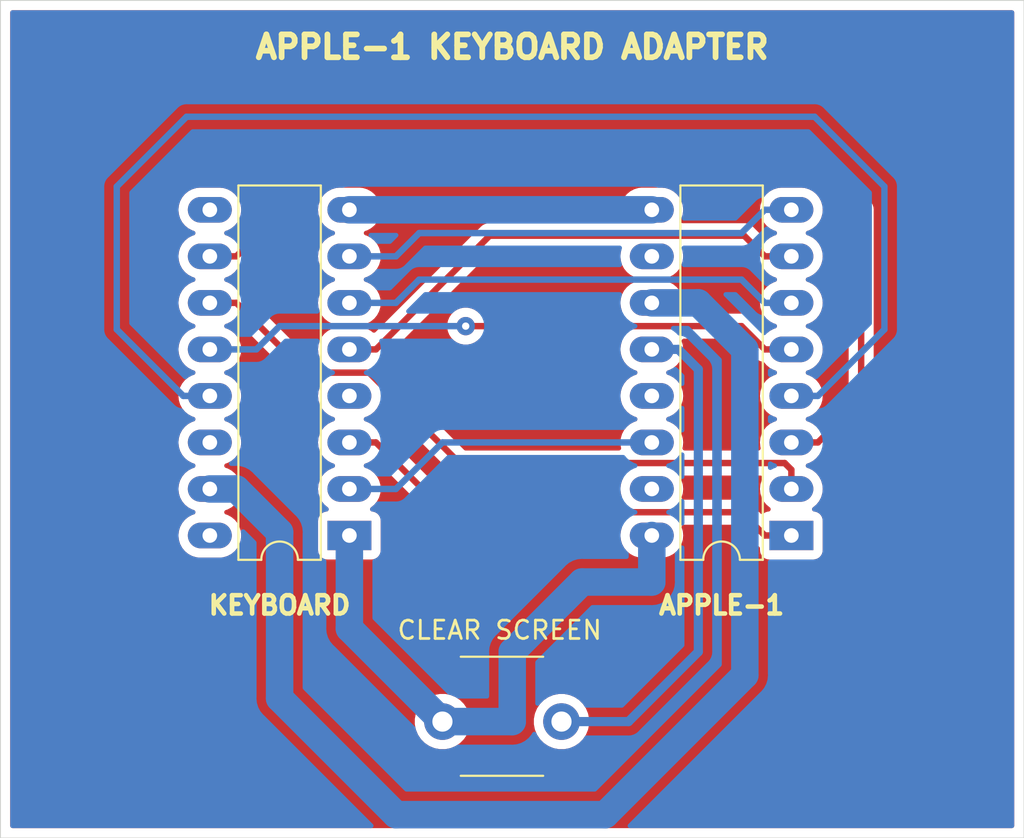
<source format=kicad_pcb>
(kicad_pcb (version 20171130) (host pcbnew "(5.1.5-0)")

  (general
    (thickness 1.6)
    (drawings 5)
    (tracks 79)
    (zones 0)
    (modules 3)
    (nets 21)
  )

  (page A4)
  (layers
    (0 F.Cu signal)
    (31 B.Cu signal)
    (32 B.Adhes user)
    (33 F.Adhes user)
    (34 B.Paste user)
    (35 F.Paste user)
    (36 B.SilkS user)
    (37 F.SilkS user)
    (38 B.Mask user)
    (39 F.Mask user)
    (40 Dwgs.User user)
    (41 Cmts.User user)
    (42 Eco1.User user)
    (43 Eco2.User user)
    (44 Edge.Cuts user)
    (45 Margin user)
    (46 B.CrtYd user)
    (47 F.CrtYd user)
    (48 B.Fab user)
    (49 F.Fab user)
  )

  (setup
    (last_trace_width 0.25)
    (user_trace_width 0.35)
    (trace_clearance 0.2)
    (zone_clearance 0.508)
    (zone_45_only no)
    (trace_min 0.2)
    (via_size 0.8)
    (via_drill 0.4)
    (via_min_size 0.4)
    (via_min_drill 0.3)
    (uvia_size 0.3)
    (uvia_drill 0.1)
    (uvias_allowed no)
    (uvia_min_size 0.2)
    (uvia_min_drill 0.1)
    (edge_width 0.05)
    (segment_width 0.2)
    (pcb_text_width 0.3)
    (pcb_text_size 1.5 1.5)
    (mod_edge_width 0.12)
    (mod_text_size 1 1)
    (mod_text_width 0.15)
    (pad_size 2.4 1.4)
    (pad_drill 0.8)
    (pad_to_mask_clearance 0.051)
    (solder_mask_min_width 0.25)
    (aux_axis_origin 0 0)
    (visible_elements FFFFFF7F)
    (pcbplotparams
      (layerselection 0x010fc_ffffffff)
      (usegerberextensions false)
      (usegerberattributes false)
      (usegerberadvancedattributes false)
      (creategerberjobfile false)
      (excludeedgelayer true)
      (linewidth 0.100000)
      (plotframeref false)
      (viasonmask false)
      (mode 1)
      (useauxorigin false)
      (hpglpennumber 1)
      (hpglpenspeed 20)
      (hpglpendiameter 15.000000)
      (psnegative false)
      (psa4output false)
      (plotreference true)
      (plotvalue true)
      (plotinvisibletext false)
      (padsonsilk false)
      (subtractmaskfromsilk false)
      (outputformat 1)
      (mirror false)
      (drillshape 0)
      (scaleselection 1)
      (outputdirectory "../../Downloads/plot/"))
  )

  (net 0 "")
  (net 1 RESET)
  (net 2 GND)
  (net 3 D3)
  (net 4 D2)
  (net 5 -12V)
  (net 6 D1)
  (net 7 CLR)
  (net 8 D4)
  (net 9 STB)
  (net 10 D5)
  (net 11 D6)
  (net 12 5V)
  (net 13 D0)
  (net 14 "Net-(APPLE-1-Pad10)")
  (net 15 "Net-(APPLE-1-Pad13)")
  (net 16 "Net-(APPLE-1-Pad15)")
  (net 17 "Net-(KEYBOARD1-Pad9)")
  (net 18 "Net-(KEYBOARD1-Pad4)")
  (net 19 "Net-(KEYBOARD1-Pad14)")
  (net 20 "Net-(KEYBOARD1-Pad16)")

  (net_class Default "This is the default net class."
    (clearance 0.2)
    (trace_width 0.25)
    (via_dia 0.8)
    (via_drill 0.4)
    (uvia_dia 0.3)
    (uvia_drill 0.1)
    (add_net -12V)
    (add_net 5V)
    (add_net CLR)
    (add_net D0)
    (add_net D1)
    (add_net D2)
    (add_net D3)
    (add_net D4)
    (add_net D5)
    (add_net D6)
    (add_net GND)
    (add_net "Net-(APPLE-1-Pad10)")
    (add_net "Net-(APPLE-1-Pad13)")
    (add_net "Net-(APPLE-1-Pad15)")
    (add_net "Net-(KEYBOARD1-Pad14)")
    (add_net "Net-(KEYBOARD1-Pad16)")
    (add_net "Net-(KEYBOARD1-Pad4)")
    (add_net "Net-(KEYBOARD1-Pad9)")
    (add_net RESET)
    (add_net STB)
  )

  (module AdapterForAppleIIKeyboard:DIP-16_W7.62mm_LongPads (layer F.Cu) (tedit 5E5430EF) (tstamp 5E542C5F)
    (at 140.47216 107.04068 180)
    (descr "16-lead though-hole mounted DIP package, row spacing 7.62 mm (300 mils), LongPads")
    (tags "THT DIP DIL PDIP 2.54mm 7.62mm 300mil LongPads")
    (path /5E54963A)
    (fp_text reference KEYBOARD1 (at 3.81 -2.33) (layer F.SilkS) hide
      (effects (font (size 1 1) (thickness 0.15)))
    )
    (fp_text value KEYBOARD (at 3.81 -3.81) (layer F.SilkS)
      (effects (font (size 1 1) (thickness 0.25)))
    )
    (fp_arc (start 3.81 -1.33) (end 2.81 -1.33) (angle -180) (layer F.SilkS) (width 0.12))
    (fp_line (start 1.635 -1.27) (end 6.985 -1.27) (layer F.Fab) (width 0.1))
    (fp_line (start 6.985 -1.27) (end 6.985 19.05) (layer F.Fab) (width 0.1))
    (fp_line (start 6.985 19.05) (end 0.635 19.05) (layer F.Fab) (width 0.1))
    (fp_line (start 0.635 19.05) (end 0.635 -0.27) (layer F.Fab) (width 0.1))
    (fp_line (start 0.635 -0.27) (end 1.635 -1.27) (layer F.Fab) (width 0.1))
    (fp_line (start 2.81 -1.33) (end 1.56 -1.33) (layer F.SilkS) (width 0.12))
    (fp_line (start 1.56 -1.33) (end 1.56 19.11) (layer F.SilkS) (width 0.12))
    (fp_line (start 1.56 19.11) (end 6.06 19.11) (layer F.SilkS) (width 0.12))
    (fp_line (start 6.06 19.11) (end 6.06 -1.33) (layer F.SilkS) (width 0.12))
    (fp_line (start 6.06 -1.33) (end 4.81 -1.33) (layer F.SilkS) (width 0.12))
    (fp_line (start -1.45 -1.55) (end -1.45 19.3) (layer F.CrtYd) (width 0.05))
    (fp_line (start -1.45 19.3) (end 9.1 19.3) (layer F.CrtYd) (width 0.05))
    (fp_line (start 9.1 19.3) (end 9.1 -1.55) (layer F.CrtYd) (width 0.05))
    (fp_line (start 9.1 -1.55) (end -1.45 -1.55) (layer F.CrtYd) (width 0.05))
    (fp_text user %R (at 3.81 8.89) (layer F.Fab) hide
      (effects (font (size 1 1) (thickness 0.15)))
    )
    (pad 1 thru_hole rect (at 0 0 180) (size 2.4 1.6) (drill 0.8) (layers *.Cu *.Mask)
      (net 12 5V))
    (pad 9 thru_hole oval (at 7.62 17.78 180) (size 2.4 1.4) (drill 0.8) (layers *.Cu *.Mask)
      (net 17 "Net-(KEYBOARD1-Pad9)"))
    (pad 2 thru_hole oval (at 0 2.54 180) (size 2.4 1.4) (drill 0.8) (layers *.Cu *.Mask)
      (net 9 STB))
    (pad 10 thru_hole oval (at 7.62 15.24 180) (size 2.4 1.4) (drill 0.8) (layers *.Cu *.Mask)
      (net 4 D2))
    (pad 3 thru_hole oval (at 0 5.08 180) (size 2.4 1.4) (drill 0.8) (layers *.Cu *.Mask)
      (net 1 RESET))
    (pad 11 thru_hole oval (at 7.62 12.7 180) (size 2.4 1.4) (drill 0.8) (layers *.Cu *.Mask)
      (net 3 D3))
    (pad 4 thru_hole oval (at 0 7.62 180) (size 2.4 1.4) (drill 0.8) (layers *.Cu *.Mask)
      (net 18 "Net-(KEYBOARD1-Pad4)"))
    (pad 12 thru_hole oval (at 7.62 10.16 180) (size 2.4 1.4) (drill 0.8) (layers *.Cu *.Mask)
      (net 13 D0))
    (pad 5 thru_hole oval (at 0 10.16 180) (size 2.4 1.4) (drill 0.8) (layers *.Cu *.Mask)
      (net 10 D5))
    (pad 13 thru_hole oval (at 7.62 7.62 180) (size 2.4 1.4) (drill 0.8) (layers *.Cu *.Mask)
      (net 6 D1))
    (pad 6 thru_hole oval (at 0 12.7 180) (size 2.4 1.4) (drill 0.8) (layers *.Cu *.Mask)
      (net 8 D4))
    (pad 14 thru_hole oval (at 7.62 5.08 180) (size 2.4 1.4) (drill 0.8) (layers *.Cu *.Mask)
      (net 19 "Net-(KEYBOARD1-Pad14)"))
    (pad 7 thru_hole oval (at 0 15.24 180) (size 2.4 1.4) (drill 0.8) (layers *.Cu *.Mask)
      (net 11 D6))
    (pad 15 thru_hole oval (at 7.62 2.54 180) (size 2.4 1.4) (drill 0.8) (layers *.Cu *.Mask)
      (net 5 -12V))
    (pad 8 thru_hole oval (at 0 17.78 180) (size 2.4 1.4) (drill 0.8) (layers *.Cu *.Mask)
      (net 2 GND))
    (pad 16 thru_hole oval (at 7.62 0 180) (size 2.4 1.4) (drill 0.8) (layers *.Cu *.Mask)
      (net 20 "Net-(KEYBOARD1-Pad16)"))
    (model ${KISYS3DMOD}/Package_DIP.3dshapes/DIP-16_W7.62mm.wrl
      (at (xyz 0 0 0))
      (scale (xyz 1 1 1))
      (rotate (xyz 0 0 0))
    )
  )

  (module AdapterForAppleIIKeyboard:DIP-16_W7.62mm_LongPads (layer F.Cu) (tedit 5E542EAA) (tstamp 5E542C3B)
    (at 164.60216 107.04068 180)
    (descr "16-lead though-hole mounted DIP package, row spacing 7.62 mm (300 mils), LongPads")
    (tags "THT DIP DIL PDIP 2.54mm 7.62mm 300mil LongPads")
    (path /5E54A7DB)
    (fp_text reference APPLE-1 (at 3.81 -2.33) (layer F.SilkS) hide
      (effects (font (size 1 1) (thickness 0.15)))
    )
    (fp_text value APPLE-1 (at 3.81 -3.81) (layer F.SilkS)
      (effects (font (size 1 1) (thickness 0.25)))
    )
    (fp_arc (start 3.81 -1.33) (end 2.81 -1.33) (angle -180) (layer F.SilkS) (width 0.12))
    (fp_line (start 1.635 -1.27) (end 6.985 -1.27) (layer F.Fab) (width 0.1))
    (fp_line (start 6.985 -1.27) (end 6.985 19.05) (layer F.Fab) (width 0.1))
    (fp_line (start 6.985 19.05) (end 0.635 19.05) (layer F.Fab) (width 0.1))
    (fp_line (start 0.635 19.05) (end 0.635 -0.27) (layer F.Fab) (width 0.1))
    (fp_line (start 0.635 -0.27) (end 1.635 -1.27) (layer F.Fab) (width 0.1))
    (fp_line (start 2.81 -1.33) (end 1.56 -1.33) (layer F.SilkS) (width 0.12))
    (fp_line (start 1.56 -1.33) (end 1.56 19.11) (layer F.SilkS) (width 0.12))
    (fp_line (start 1.56 19.11) (end 6.06 19.11) (layer F.SilkS) (width 0.12))
    (fp_line (start 6.06 19.11) (end 6.06 -1.33) (layer F.SilkS) (width 0.12))
    (fp_line (start 6.06 -1.33) (end 4.81 -1.33) (layer F.SilkS) (width 0.12))
    (fp_line (start -1.45 -1.55) (end -1.45 19.3) (layer F.CrtYd) (width 0.05))
    (fp_line (start -1.45 19.3) (end 9.1 19.3) (layer F.CrtYd) (width 0.05))
    (fp_line (start 9.1 19.3) (end 9.1 -1.55) (layer F.CrtYd) (width 0.05))
    (fp_line (start 9.1 -1.55) (end -1.45 -1.55) (layer F.CrtYd) (width 0.05))
    (fp_text user %R (at 3.81 8.89) (layer F.Fab) hide
      (effects (font (size 1 1) (thickness 0.15)))
    )
    (pad 1 thru_hole rect (at 0 0 180) (size 2.4 1.6) (drill 0.8) (layers *.Cu *.Mask)
      (net 1 RESET))
    (pad 9 thru_hole oval (at 7.62 17.78 180) (size 2.4 1.4) (drill 0.8) (layers *.Cu *.Mask)
      (net 2 GND))
    (pad 2 thru_hole oval (at 0 2.54 180) (size 2.4 1.4) (drill 0.8) (layers *.Cu *.Mask)
      (net 3 D3))
    (pad 10 thru_hole oval (at 7.62 15.24 180) (size 2.4 1.4) (drill 0.8) (layers *.Cu *.Mask)
      (net 14 "Net-(APPLE-1-Pad10)"))
    (pad 3 thru_hole oval (at 0 5.08 180) (size 2.4 1.4) (drill 0.8) (layers *.Cu *.Mask)
      (net 4 D2))
    (pad 11 thru_hole oval (at 7.62 12.7 180) (size 2.4 1.4) (drill 0.8) (layers *.Cu *.Mask)
      (net 5 -12V))
    (pad 4 thru_hole oval (at 0 7.62 180) (size 2.4 1.4) (drill 0.8) (layers *.Cu *.Mask)
      (net 6 D1))
    (pad 12 thru_hole oval (at 7.62 10.16 180) (size 2.4 1.4) (drill 0.8) (layers *.Cu *.Mask)
      (net 7 CLR))
    (pad 5 thru_hole oval (at 0 10.16 180) (size 2.4 1.4) (drill 0.8) (layers *.Cu *.Mask)
      (net 13 D0))
    (pad 13 thru_hole oval (at 7.62 7.62 180) (size 2.4 1.4) (drill 0.8) (layers *.Cu *.Mask)
      (net 15 "Net-(APPLE-1-Pad13)"))
    (pad 6 thru_hole oval (at 0 12.7 180) (size 2.4 1.4) (drill 0.8) (layers *.Cu *.Mask)
      (net 8 D4))
    (pad 14 thru_hole oval (at 7.62 5.08 180) (size 2.4 1.4) (drill 0.8) (layers *.Cu *.Mask)
      (net 9 STB))
    (pad 7 thru_hole oval (at 0 15.24 180) (size 2.4 1.4) (drill 0.8) (layers *.Cu *.Mask)
      (net 10 D5))
    (pad 15 thru_hole oval (at 7.62 2.54 180) (size 2.4 1.4) (drill 0.8) (layers *.Cu *.Mask)
      (net 16 "Net-(APPLE-1-Pad15)"))
    (pad 8 thru_hole oval (at 0 17.78 180) (size 2.4 1.4) (drill 0.8) (layers *.Cu *.Mask)
      (net 11 D6))
    (pad 16 thru_hole oval (at 7.62 0 180) (size 2.4 1.4) (drill 0.8) (layers *.Cu *.Mask)
      (net 12 5V))
    (model ${KISYS3DMOD}/Package_DIP.3dshapes/DIP-16_W7.62mm.wrl
      (at (xyz 0 0 0))
      (scale (xyz 1 1 1))
      (rotate (xyz 0 0 0))
    )
  )

  (module AdapterForAppleIIKeyboard:SW_PUSH_6mm (layer F.Cu) (tedit 5E53D1ED) (tstamp 604E9F86)
    (at 145.55216 114.66068)
    (descr https://www.omron.com/ecb/products/pdf/en-b3f.pdf)
    (tags "tact sw push 6mm")
    (path /5E553853)
    (fp_text reference CLEARSCREEN1 (at 3.25 -2.54) (layer F.SilkS) hide
      (effects (font (size 1 1) (thickness 0.25)))
    )
    (fp_text value "CLEAR SCREEN" (at 3.1242 -2.45364) (layer F.SilkS)
      (effects (font (size 1 1) (thickness 0.15)))
    )
    (fp_text user %R (at 3.25 2.25) (layer F.Fab) hide
      (effects (font (size 1 1) (thickness 0.15)))
    )
    (fp_line (start 3.25 -0.75) (end 6.25 -0.75) (layer F.Fab) (width 0.1))
    (fp_line (start 6.25 -0.75) (end 6.25 5.25) (layer F.Fab) (width 0.1))
    (fp_line (start 6.25 5.25) (end 0.25 5.25) (layer F.Fab) (width 0.1))
    (fp_line (start 0.25 5.25) (end 0.25 -0.75) (layer F.Fab) (width 0.1))
    (fp_line (start 0.25 -0.75) (end 3.25 -0.75) (layer F.Fab) (width 0.1))
    (fp_line (start 7.75 6) (end 8 6) (layer F.CrtYd) (width 0.05))
    (fp_line (start 8 6) (end 8 5.75) (layer F.CrtYd) (width 0.05))
    (fp_line (start 7.75 -1.5) (end 8 -1.5) (layer F.CrtYd) (width 0.05))
    (fp_line (start 8 -1.5) (end 8 -1.25) (layer F.CrtYd) (width 0.05))
    (fp_line (start -1.5 -1.25) (end -1.5 -1.5) (layer F.CrtYd) (width 0.05))
    (fp_line (start -1.5 -1.5) (end -1.25 -1.5) (layer F.CrtYd) (width 0.05))
    (fp_line (start -1.5 5.75) (end -1.5 6) (layer F.CrtYd) (width 0.05))
    (fp_line (start -1.5 6) (end -1.25 6) (layer F.CrtYd) (width 0.05))
    (fp_line (start -1.25 -1.5) (end 7.75 -1.5) (layer F.CrtYd) (width 0.05))
    (fp_line (start -1.5 5.75) (end -1.5 -1.25) (layer F.CrtYd) (width 0.05))
    (fp_line (start 7.75 6) (end -1.25 6) (layer F.CrtYd) (width 0.05))
    (fp_line (start 8 -1.25) (end 8 5.75) (layer F.CrtYd) (width 0.05))
    (fp_line (start 1 5.5) (end 5.5 5.5) (layer F.SilkS) (width 0.12))
    (fp_line (start 5.5 -1) (end 1 -1) (layer F.SilkS) (width 0.12))
    (fp_circle (center 3.25 2.25) (end 1.25 2.5) (layer F.Fab) (width 0.1))
    (pad 1 thru_hole circle (at 0 2.54 90) (size 2 2) (drill 1.1) (layers *.Cu *.Mask)
      (net 12 5V))
    (pad 2 thru_hole circle (at 6.5 2.54 90) (size 2 2) (drill 1.1) (layers *.Cu *.Mask)
      (net 7 CLR))
    (model ${KISYS3DMOD}/Button_Switch_THT.3dshapes/SW_PUSH_6mm.wrl
      (at (xyz 0 0 0))
      (scale (xyz 1 1 1))
      (rotate (xyz 0 0 0))
    )
  )

  (gr_line (start 121.42216 77.83068) (end 121.42216 123.55068) (layer Edge.Cuts) (width 0.05) (tstamp 5E546B63))
  (gr_text "APPLE-1 KEYBOARD ADAPTER" (at 149.36216 80.37068) (layer F.SilkS)
    (effects (font (size 1.25 1.25) (thickness 0.3125)))
  )
  (gr_line (start 177.30216 77.83068) (end 121.42216 77.83068) (layer Edge.Cuts) (width 0.05))
  (gr_line (start 177.30216 123.55068) (end 177.30216 77.83068) (layer Edge.Cuts) (width 0.05))
  (gr_line (start 121.42216 123.55068) (end 177.30216 123.55068) (layer Edge.Cuts) (width 0.05))

  (segment (start 163.15216 107.04068) (end 161.88216 105.77068) (width 0.35) (layer F.Cu) (net 1))
  (segment (start 164.60216 107.04068) (end 163.15216 107.04068) (width 0.35) (layer F.Cu) (net 1))
  (segment (start 141.92216 101.96068) (end 140.47216 101.96068) (width 0.35) (layer F.Cu) (net 1))
  (segment (start 145.73216 105.77068) (end 141.92216 101.96068) (width 0.35) (layer F.Cu) (net 1))
  (segment (start 161.88216 105.77068) (end 145.73216 105.77068) (width 0.35) (layer F.Cu) (net 1))
  (segment (start 156.98216 89.26068) (end 140.47216 89.26068) (width 1.5) (layer B.Cu) (net 2) (status 40000))
  (segment (start 164.60216 103.45068) (end 164.23717 103.08569) (width 0.35) (layer F.Cu) (net 3))
  (segment (start 164.60216 104.50068) (end 164.60216 103.45068) (width 0.35) (layer F.Cu) (net 3))
  (segment (start 164.23717 103.08569) (end 146.52731 103.08569) (width 0.35) (layer F.Cu) (net 3))
  (segment (start 138.11216 98.15068) (end 134.30216 94.34068) (width 0.35) (layer F.Cu) (net 3))
  (segment (start 141.54912 98.15068) (end 138.11216 98.15068) (width 0.35) (layer F.Cu) (net 3))
  (segment (start 134.30216 94.34068) (end 132.85216 94.34068) (width 0.35) (layer F.Cu) (net 3))
  (segment (start 146.48413 103.08569) (end 141.54912 98.15068) (width 0.35) (layer F.Cu) (net 3))
  (segment (start 146.52731 103.08569) (end 146.48413 103.08569) (width 0.35) (layer F.Cu) (net 3))
  (segment (start 166.05216 101.96068) (end 168.41216 99.60068) (width 0.35) (layer F.Cu) (net 4))
  (segment (start 164.60216 101.96068) (end 166.05216 101.96068) (width 0.35) (layer F.Cu) (net 4))
  (segment (start 168.41216 99.60068) (end 168.41216 91.079676) (width 0.35) (layer F.Cu) (net 4))
  (segment (start 139.38216 86.72068) (end 134.30216 91.80068) (width 0.35) (layer F.Cu) (net 4))
  (segment (start 134.30216 91.80068) (end 132.85216 91.80068) (width 0.35) (layer F.Cu) (net 4))
  (segment (start 164.053164 86.72068) (end 139.38216 86.72068) (width 0.35) (layer F.Cu) (net 4))
  (segment (start 168.41216 91.079676) (end 168.41216 89.26068) (width 0.35) (layer F.Cu) (net 4))
  (segment (start 168.41216 89.26068) (end 165.87216 86.72068) (width 0.35) (layer F.Cu) (net 4))
  (segment (start 165.87216 86.72068) (end 164.053164 86.72068) (width 0.35) (layer F.Cu) (net 4))
  (segment (start 134.30216 104.50068) (end 132.85216 104.50068) (width 1.5) (layer B.Cu) (net 5))
  (segment (start 154.44216 122.28068) (end 143.01216 122.28068) (width 1.5) (layer B.Cu) (net 5) (status 40000))
  (segment (start 143.01216 122.28068) (end 136.66216 115.93068) (width 1.5) (layer B.Cu) (net 5) (status 40000))
  (segment (start 162.06216 114.66068) (end 154.44216 122.28068) (width 1.5) (layer B.Cu) (net 5) (status 40000))
  (segment (start 162.06216 96.88068) (end 162.06216 114.66068) (width 1.5) (layer B.Cu) (net 5) (status 40000))
  (segment (start 136.66216 115.93068) (end 136.66216 106.86068) (width 1.5) (layer B.Cu) (net 5) (status 40000))
  (segment (start 159.52216 94.34068) (end 162.06216 96.88068) (width 1.5) (layer B.Cu) (net 5) (status 40000))
  (segment (start 136.66216 106.86068) (end 134.30216 104.50068) (width 1.5) (layer B.Cu) (net 5) (status 40000))
  (segment (start 156.98216 94.34068) (end 159.52216 94.34068) (width 1.5) (layer B.Cu) (net 5) (status 40000))
  (segment (start 131.40216 99.42068) (end 132.85216 99.42068) (width 0.35) (layer B.Cu) (net 6) (status 40000))
  (segment (start 127.77216 87.99068) (end 127.77216 95.79068) (width 0.35) (layer B.Cu) (net 6) (status 40000))
  (segment (start 131.58216 84.18068) (end 127.77216 87.99068) (width 0.35) (layer B.Cu) (net 6) (status 40000))
  (segment (start 165.87216 84.18068) (end 131.58216 84.18068) (width 0.35) (layer B.Cu) (net 6) (status 40000))
  (segment (start 169.68216 87.99068) (end 165.87216 84.18068) (width 0.35) (layer B.Cu) (net 6) (status 40000))
  (segment (start 127.77216 95.79068) (end 131.40216 99.42068) (width 0.35) (layer B.Cu) (net 6) (status 40000))
  (segment (start 169.68216 95.79068) (end 169.68216 87.99068) (width 0.35) (layer B.Cu) (net 6) (status 40000))
  (segment (start 166.05216 99.42068) (end 169.68216 95.79068) (width 0.35) (layer B.Cu) (net 6) (status 40000))
  (segment (start 164.60216 99.42068) (end 166.05216 99.42068) (width 0.35) (layer B.Cu) (net 6))
  (segment (start 152.05216 117.20068) (end 155.71216 117.20068) (width 0.5) (layer B.Cu) (net 7) (status 40000))
  (segment (start 155.71216 117.20068) (end 159.52216 113.39068) (width 0.5) (layer B.Cu) (net 7) (status 40000))
  (segment (start 158.43216 96.88068) (end 156.98216 96.88068) (width 0.5) (layer B.Cu) (net 7))
  (segment (start 159.52216 97.97068) (end 158.43216 96.88068) (width 0.5) (layer B.Cu) (net 7) (status 40000))
  (segment (start 159.52216 113.39068) (end 159.52216 97.97068) (width 0.5) (layer B.Cu) (net 7) (status 40000))
  (segment (start 163.15216 94.34068) (end 161.88216 93.07068) (width 0.35) (layer B.Cu) (net 8) (status 40000))
  (segment (start 164.60216 94.34068) (end 163.15216 94.34068) (width 0.35) (layer B.Cu) (net 8) (status 40000))
  (segment (start 161.88216 93.07068) (end 144.28216 93.07068) (width 0.35) (layer B.Cu) (net 8) (status 40000))
  (segment (start 143.01216 94.34068) (end 140.47216 94.34068) (width 0.35) (layer B.Cu) (net 8) (status 40000))
  (segment (start 144.28216 93.07068) (end 143.01216 94.34068) (width 0.35) (layer B.Cu) (net 8) (status 40000))
  (segment (start 156.98216 101.96068) (end 145.55216 101.96068) (width 0.35) (layer B.Cu) (net 9) (status 40000))
  (segment (start 143.01216 104.50068) (end 140.47216 104.50068) (width 0.35) (layer B.Cu) (net 9) (status 40000))
  (segment (start 145.55216 101.96068) (end 143.01216 104.50068) (width 0.35) (layer B.Cu) (net 9) (status 40000))
  (segment (start 148.12717 90.67567) (end 141.92216 96.88068) (width 0.35) (layer F.Cu) (net 10))
  (segment (start 162.02715 90.67567) (end 148.12717 90.67567) (width 0.35) (layer F.Cu) (net 10))
  (segment (start 163.15216 91.80068) (end 162.02715 90.67567) (width 0.35) (layer F.Cu) (net 10))
  (segment (start 141.92216 96.88068) (end 140.47216 96.88068) (width 0.35) (layer F.Cu) (net 10))
  (segment (start 164.60216 91.80068) (end 163.15216 91.80068) (width 0.35) (layer F.Cu) (net 10))
  (segment (start 163.15216 89.26068) (end 161.88216 90.53068) (width 0.35) (layer B.Cu) (net 11) (status 40000))
  (segment (start 164.60216 89.26068) (end 163.15216 89.26068) (width 0.35) (layer B.Cu) (net 11) (status 40000))
  (segment (start 161.88216 90.53068) (end 144.28216 90.53068) (width 0.35) (layer B.Cu) (net 11) (status 40000))
  (segment (start 143.01216 91.80068) (end 140.47216 91.80068) (width 0.35) (layer B.Cu) (net 11) (status 40000))
  (segment (start 144.28216 90.53068) (end 143.01216 91.80068) (width 0.35) (layer B.Cu) (net 11) (status 40000))
  (segment (start 145.55216 117.20068) (end 140.47216 112.12068) (width 1.5) (layer B.Cu) (net 12) (status 40000))
  (segment (start 140.47216 112.12068) (end 140.47216 107.04068) (width 1.5) (layer B.Cu) (net 12) (status 40000))
  (segment (start 156.98216 109.58068) (end 156.98216 107.04068) (width 1.5) (layer B.Cu) (net 12) (status 40000))
  (segment (start 145.55216 117.20068) (end 149.36216 117.20068) (width 1.5) (layer B.Cu) (net 12) (status 40000))
  (segment (start 149.36216 117.20068) (end 149.36216 113.39068) (width 1.5) (layer B.Cu) (net 12) (status 40000))
  (segment (start 153.17216 109.58068) (end 156.98216 109.58068) (width 1.5) (layer B.Cu) (net 12) (status 40000))
  (segment (start 149.36216 113.39068) (end 153.17216 109.58068) (width 1.5) (layer B.Cu) (net 12) (tstamp 604EA034) (status 40000))
  (segment (start 163.15216 96.88068) (end 161.88216 95.61068) (width 0.35) (layer F.Cu) (net 13))
  (segment (start 164.60216 96.88068) (end 163.15216 96.88068) (width 0.35) (layer F.Cu) (net 13))
  (via (at 146.82216 95.61068) (size 1) (drill 0.4) (layers F.Cu B.Cu) (net 13))
  (segment (start 161.88216 95.61068) (end 146.82216 95.61068) (width 0.35) (layer F.Cu) (net 13))
  (segment (start 146.82216 95.61068) (end 136.66216 95.61068) (width 0.35) (layer B.Cu) (net 13) (status 40000))
  (segment (start 135.39216 96.88068) (end 132.85216 96.88068) (width 0.35) (layer B.Cu) (net 13) (status 40000))
  (segment (start 136.66216 95.61068) (end 135.39216 96.88068) (width 0.35) (layer B.Cu) (net 13) (status 40000))
  (segment (start 135.39216 96.88068) (end 134.37717 96.88068) (width 0.25) (layer B.Cu) (net 13))

  (zone (net 0) (net_name "") (layer B.Cu) (tstamp 604E99AD) (hatch edge 0.508)
    (connect_pads (clearance 0.508))
    (min_thickness 0.254)
    (fill yes (arc_segments 32) (thermal_gap 0.508) (thermal_bridge_width 0.508))
    (polygon
      (pts
        (xy 177.30216 123.55068) (xy 121.42216 123.55068) (xy 121.42216 77.83068) (xy 177.30216 77.83068)
      )
    )
    (filled_polygon
      (pts
        (xy 176.64216 122.89068) (xy 155.790845 122.89068) (xy 162.993396 115.68813) (xy 163.046241 115.644761) (xy 163.111142 115.56568)
        (xy 163.219316 115.433869) (xy 163.347923 115.193262) (xy 163.347924 115.193261) (xy 163.42712 114.932187) (xy 163.44716 114.728717)
        (xy 163.44716 114.728708) (xy 163.45386 114.660681) (xy 163.44716 114.592654) (xy 163.44716 108.478752) (xy 165.80216 108.478752)
        (xy 165.926642 108.466492) (xy 166.04634 108.430182) (xy 166.156654 108.371217) (xy 166.253345 108.291865) (xy 166.332697 108.195174)
        (xy 166.391662 108.08486) (xy 166.427972 107.965162) (xy 166.440232 107.84068) (xy 166.440232 106.24068) (xy 166.427972 106.116198)
        (xy 166.391662 105.9965) (xy 166.332697 105.886186) (xy 166.253345 105.789495) (xy 166.156654 105.710143) (xy 166.04634 105.651178)
        (xy 165.926642 105.614868) (xy 165.857221 105.608031) (xy 166.050715 105.449235) (xy 166.217542 105.245955) (xy 166.341507 105.014034)
        (xy 166.417843 104.762386) (xy 166.443619 104.50068) (xy 166.417843 104.238974) (xy 166.341507 103.987326) (xy 166.217542 103.755405)
        (xy 166.050715 103.552125) (xy 165.847435 103.385298) (xy 165.615514 103.261333) (xy 165.514464 103.23068) (xy 165.615514 103.200027)
        (xy 165.847435 103.076062) (xy 166.050715 102.909235) (xy 166.217542 102.705955) (xy 166.341507 102.474034) (xy 166.417843 102.222386)
        (xy 166.443619 101.96068) (xy 166.417843 101.698974) (xy 166.341507 101.447326) (xy 166.217542 101.215405) (xy 166.050715 101.012125)
        (xy 165.847435 100.845298) (xy 165.615514 100.721333) (xy 165.514464 100.69068) (xy 165.615514 100.660027) (xy 165.847435 100.536062)
        (xy 166.050715 100.369235) (xy 166.170797 100.222914) (xy 166.210948 100.21896) (xy 166.363633 100.172643) (xy 166.504349 100.097429)
        (xy 166.627688 99.996208) (xy 166.65306 99.965292) (xy 170.226779 96.391574) (xy 170.257688 96.366208) (xy 170.32234 96.287429)
        (xy 170.358909 96.24287) (xy 170.409455 96.148304) (xy 170.434123 96.102153) (xy 170.48044 95.949468) (xy 170.49216 95.830471)
        (xy 170.49216 95.830469) (xy 170.496079 95.790681) (xy 170.49216 95.750893) (xy 170.49216 88.030468) (xy 170.496079 87.99068)
        (xy 170.49216 87.950889) (xy 170.48044 87.831892) (xy 170.444903 87.714743) (xy 170.434123 87.679206) (xy 170.358909 87.538491)
        (xy 170.283053 87.44606) (xy 170.257688 87.415152) (xy 170.226778 87.389785) (xy 166.47306 83.636068) (xy 166.447688 83.605152)
        (xy 166.324349 83.503931) (xy 166.183633 83.428717) (xy 166.030948 83.3824) (xy 165.911951 83.37068) (xy 165.911948 83.37068)
        (xy 165.87216 83.366761) (xy 165.832372 83.37068) (xy 131.621948 83.37068) (xy 131.58216 83.366761) (xy 131.542372 83.37068)
        (xy 131.542369 83.37068) (xy 131.423372 83.3824) (xy 131.306223 83.417937) (xy 131.270686 83.428717) (xy 131.129971 83.503931)
        (xy 131.006632 83.605152) (xy 130.981265 83.636062) (xy 127.227548 87.38978) (xy 127.196632 87.415152) (xy 127.126863 87.500167)
        (xy 127.095411 87.538491) (xy 127.055209 87.613705) (xy 127.020197 87.679208) (xy 126.97388 87.831893) (xy 126.96216 87.950889)
        (xy 126.958241 87.99068) (xy 126.96216 88.030468) (xy 126.962161 95.750882) (xy 126.958241 95.79068) (xy 126.968674 95.896599)
        (xy 126.973881 95.949468) (xy 127.008281 96.062869) (xy 127.020198 96.102153) (xy 127.095411 96.242869) (xy 127.131981 96.287429)
        (xy 127.196633 96.366208) (xy 127.227543 96.391575) (xy 130.801265 99.965298) (xy 130.826632 99.996208) (xy 130.89437 100.051799)
        (xy 130.94997 100.097429) (xy 131.025184 100.137631) (xy 131.090687 100.172643) (xy 131.243372 100.21896) (xy 131.283523 100.222914)
        (xy 131.403605 100.369235) (xy 131.606885 100.536062) (xy 131.838806 100.660027) (xy 131.939856 100.69068) (xy 131.838806 100.721333)
        (xy 131.606885 100.845298) (xy 131.403605 101.012125) (xy 131.236778 101.215405) (xy 131.112813 101.447326) (xy 131.036477 101.698974)
        (xy 131.010701 101.96068) (xy 131.036477 102.222386) (xy 131.112813 102.474034) (xy 131.236778 102.705955) (xy 131.403605 102.909235)
        (xy 131.606885 103.076062) (xy 131.838806 103.200027) (xy 131.939856 103.23068) (xy 131.838806 103.261333) (xy 131.606885 103.385298)
        (xy 131.403605 103.552125) (xy 131.236778 103.755405) (xy 131.112813 103.987326) (xy 131.036477 104.238974) (xy 131.010701 104.50068)
        (xy 131.036477 104.762386) (xy 131.112813 105.014034) (xy 131.236778 105.245955) (xy 131.403605 105.449235) (xy 131.606885 105.616062)
        (xy 131.838806 105.740027) (xy 131.939856 105.77068) (xy 131.838806 105.801333) (xy 131.606885 105.925298) (xy 131.403605 106.092125)
        (xy 131.236778 106.295405) (xy 131.112813 106.527326) (xy 131.036477 106.778974) (xy 131.010701 107.04068) (xy 131.036477 107.302386)
        (xy 131.112813 107.554034) (xy 131.236778 107.785955) (xy 131.403605 107.989235) (xy 131.606885 108.156062) (xy 131.838806 108.280027)
        (xy 132.090454 108.356363) (xy 132.286581 108.37568) (xy 133.417739 108.37568) (xy 133.613866 108.356363) (xy 133.865514 108.280027)
        (xy 134.097435 108.156062) (xy 134.300715 107.989235) (xy 134.467542 107.785955) (xy 134.591507 107.554034) (xy 134.667843 107.302386)
        (xy 134.693619 107.04068) (xy 134.672877 106.830082) (xy 135.277161 107.434367) (xy 135.27716 115.862651) (xy 135.27046 115.93068)
        (xy 135.27716 115.998709) (xy 135.27716 115.998716) (xy 135.282446 116.052381) (xy 135.2972 116.202187) (xy 135.365159 116.426217)
        (xy 135.376396 116.46326) (xy 135.452497 116.605634) (xy 135.505004 116.703868) (xy 135.63344 116.860367) (xy 135.678079 116.91476)
        (xy 135.730925 116.95813) (xy 141.663474 122.89068) (xy 122.08216 122.89068) (xy 122.08216 78.49068) (xy 176.642161 78.49068)
      )
    )
    (filled_polygon
      (pts
        (xy 160.67716 97.454365) (xy 160.677161 114.086993) (xy 153.868475 120.89568) (xy 143.585846 120.89568) (xy 138.04716 115.356995)
        (xy 138.04716 106.928708) (xy 138.05386 106.860679) (xy 138.04716 106.79265) (xy 138.04716 106.792643) (xy 138.02712 106.589173)
        (xy 138.002527 106.508099) (xy 137.947924 106.328099) (xy 137.915529 106.267492) (xy 137.819317 106.087492) (xy 137.646241 105.876599)
        (xy 137.593396 105.83323) (xy 135.329614 103.569449) (xy 135.286241 103.516599) (xy 135.075348 103.343523) (xy 134.834741 103.214916)
        (xy 134.573667 103.13572) (xy 134.370197 103.11568) (xy 134.370189 103.11568) (xy 134.30216 103.10898) (xy 134.234131 103.11568)
        (xy 134.023315 103.11568) (xy 134.097435 103.076062) (xy 134.300715 102.909235) (xy 134.467542 102.705955) (xy 134.591507 102.474034)
        (xy 134.667843 102.222386) (xy 134.693619 101.96068) (xy 134.667843 101.698974) (xy 134.591507 101.447326) (xy 134.467542 101.215405)
        (xy 134.300715 101.012125) (xy 134.097435 100.845298) (xy 133.865514 100.721333) (xy 133.764464 100.69068) (xy 133.865514 100.660027)
        (xy 134.097435 100.536062) (xy 134.300715 100.369235) (xy 134.467542 100.165955) (xy 134.591507 99.934034) (xy 134.667843 99.682386)
        (xy 134.693619 99.42068) (xy 134.667843 99.158974) (xy 134.591507 98.907326) (xy 134.467542 98.675405) (xy 134.300715 98.472125)
        (xy 134.097435 98.305298) (xy 133.865514 98.181333) (xy 133.764464 98.15068) (xy 133.865514 98.120027) (xy 134.097435 97.996062)
        (xy 134.300715 97.829235) (xy 134.414424 97.69068) (xy 135.352372 97.69068) (xy 135.39216 97.694599) (xy 135.431948 97.69068)
        (xy 135.431951 97.69068) (xy 135.550948 97.67896) (xy 135.703633 97.632643) (xy 135.844349 97.557429) (xy 135.967688 97.456208)
        (xy 135.993059 97.425293) (xy 136.997673 96.42068) (xy 138.716628 96.42068) (xy 138.656477 96.618974) (xy 138.630701 96.88068)
        (xy 138.656477 97.142386) (xy 138.732813 97.394034) (xy 138.856778 97.625955) (xy 139.023605 97.829235) (xy 139.226885 97.996062)
        (xy 139.458806 98.120027) (xy 139.559856 98.15068) (xy 139.458806 98.181333) (xy 139.226885 98.305298) (xy 139.023605 98.472125)
        (xy 138.856778 98.675405) (xy 138.732813 98.907326) (xy 138.656477 99.158974) (xy 138.630701 99.42068) (xy 138.656477 99.682386)
        (xy 138.732813 99.934034) (xy 138.856778 100.165955) (xy 139.023605 100.369235) (xy 139.226885 100.536062) (xy 139.458806 100.660027)
        (xy 139.559856 100.69068) (xy 139.458806 100.721333) (xy 139.226885 100.845298) (xy 139.023605 101.012125) (xy 138.856778 101.215405)
        (xy 138.732813 101.447326) (xy 138.656477 101.698974) (xy 138.630701 101.96068) (xy 138.656477 102.222386) (xy 138.732813 102.474034)
        (xy 138.856778 102.705955) (xy 139.023605 102.909235) (xy 139.226885 103.076062) (xy 139.458806 103.200027) (xy 139.559856 103.23068)
        (xy 139.458806 103.261333) (xy 139.226885 103.385298) (xy 139.023605 103.552125) (xy 138.856778 103.755405) (xy 138.732813 103.987326)
        (xy 138.656477 104.238974) (xy 138.630701 104.50068) (xy 138.656477 104.762386) (xy 138.732813 105.014034) (xy 138.856778 105.245955)
        (xy 139.023605 105.449235) (xy 139.217099 105.608031) (xy 139.147678 105.614868) (xy 139.02798 105.651178) (xy 138.917666 105.710143)
        (xy 138.820975 105.789495) (xy 138.741623 105.886186) (xy 138.682658 105.9965) (xy 138.646348 106.116198) (xy 138.634088 106.24068)
        (xy 138.634088 107.84068) (xy 138.646348 107.965162) (xy 138.682658 108.08486) (xy 138.741623 108.195174) (xy 138.820975 108.291865)
        (xy 138.917666 108.371217) (xy 139.02798 108.430182) (xy 139.087161 108.448134) (xy 139.08716 112.052651) (xy 139.08046 112.12068)
        (xy 139.08716 112.188709) (xy 139.08716 112.188716) (xy 139.104678 112.36658) (xy 139.1072 112.392187) (xy 139.175546 112.617492)
        (xy 139.186396 112.65326) (xy 139.295886 112.8581) (xy 139.315004 112.893868) (xy 139.44344 113.050367) (xy 139.488079 113.10476)
        (xy 139.540925 113.14813) (xy 143.957547 117.564753) (xy 143.979992 117.677592) (xy 144.103242 117.975143) (xy 144.282173 118.242932)
        (xy 144.509908 118.470667) (xy 144.777697 118.649598) (xy 145.075248 118.772848) (xy 145.391127 118.83568) (xy 145.713193 118.83568)
        (xy 146.029072 118.772848) (xy 146.326623 118.649598) (xy 146.422283 118.58568) (xy 149.294123 118.58568) (xy 149.36216 118.592381)
        (xy 149.430196 118.58568) (xy 149.430197 118.58568) (xy 149.633667 118.56564) (xy 149.894741 118.486444) (xy 150.135348 118.357837)
        (xy 150.346241 118.184761) (xy 150.519317 117.973868) (xy 150.566303 117.885964) (xy 150.603242 117.975143) (xy 150.782173 118.242932)
        (xy 151.009908 118.470667) (xy 151.277697 118.649598) (xy 151.575248 118.772848) (xy 151.891127 118.83568) (xy 152.213193 118.83568)
        (xy 152.529072 118.772848) (xy 152.826623 118.649598) (xy 153.094412 118.470667) (xy 153.322147 118.242932) (xy 153.427219 118.08568)
        (xy 155.668691 118.08568) (xy 155.71216 118.089961) (xy 155.755629 118.08568) (xy 155.755637 118.08568) (xy 155.88565 118.072875)
        (xy 156.052473 118.022269) (xy 156.206219 117.940091) (xy 156.340977 117.829497) (xy 156.368694 117.795724) (xy 160.11721 114.047209)
        (xy 160.150977 114.019497) (xy 160.229958 113.92326) (xy 160.261571 113.884739) (xy 160.343749 113.730994) (xy 160.394355 113.56417)
        (xy 160.394355 113.564169) (xy 160.40716 113.434157) (xy 160.40716 113.434149) (xy 160.411441 113.39068) (xy 160.40716 113.347211)
        (xy 160.40716 98.014149) (xy 160.411441 97.97068) (xy 160.40716 97.927211) (xy 160.40716 97.927203) (xy 160.394355 97.79719)
        (xy 160.343749 97.630367) (xy 160.261571 97.476621) (xy 160.150977 97.341863) (xy 160.117209 97.31415) (xy 159.088694 96.285636)
        (xy 159.060977 96.251863) (xy 158.926219 96.141269) (xy 158.772473 96.059091) (xy 158.60565 96.008485) (xy 158.483509 95.996455)
        (xy 158.430715 95.932125) (xy 158.227435 95.765298) (xy 158.153315 95.72568) (xy 158.948475 95.72568)
      )
    )
    (filled_polygon
      (pts
        (xy 158.63716 113.024101) (xy 155.345582 116.31568) (xy 153.427219 116.31568) (xy 153.322147 116.158428) (xy 153.094412 115.930693)
        (xy 152.826623 115.751762) (xy 152.529072 115.628512) (xy 152.213193 115.56568) (xy 151.891127 115.56568) (xy 151.575248 115.628512)
        (xy 151.277697 115.751762) (xy 151.009908 115.930693) (xy 150.782173 116.158428) (xy 150.74716 116.210829) (xy 150.74716 113.964365)
        (xy 153.745846 110.96568) (xy 156.914123 110.96568) (xy 156.98216 110.972381) (xy 157.050196 110.96568) (xy 157.050197 110.96568)
        (xy 157.253667 110.94564) (xy 157.514741 110.866444) (xy 157.755348 110.737837) (xy 157.966241 110.564761) (xy 158.139317 110.353868)
        (xy 158.267924 110.113261) (xy 158.34712 109.852187) (xy 158.373861 109.58068) (xy 158.36716 109.512643) (xy 158.36716 108.041393)
        (xy 158.430715 107.989235) (xy 158.597542 107.785955) (xy 158.63716 107.711835)
      )
    )
    (filled_polygon
      (pts
        (xy 155.533605 102.909235) (xy 155.736885 103.076062) (xy 155.968806 103.200027) (xy 156.069856 103.23068) (xy 155.968806 103.261333)
        (xy 155.736885 103.385298) (xy 155.533605 103.552125) (xy 155.366778 103.755405) (xy 155.242813 103.987326) (xy 155.166477 104.238974)
        (xy 155.140701 104.50068) (xy 155.166477 104.762386) (xy 155.242813 105.014034) (xy 155.366778 105.245955) (xy 155.533605 105.449235)
        (xy 155.736885 105.616062) (xy 155.968806 105.740027) (xy 156.069856 105.77068) (xy 155.968806 105.801333) (xy 155.736885 105.925298)
        (xy 155.533605 106.092125) (xy 155.366778 106.295405) (xy 155.242813 106.527326) (xy 155.166477 106.778974) (xy 155.140701 107.04068)
        (xy 155.166477 107.302386) (xy 155.242813 107.554034) (xy 155.366778 107.785955) (xy 155.533605 107.989235) (xy 155.597161 108.041394)
        (xy 155.597161 108.19568) (xy 153.240189 108.19568) (xy 153.17216 108.18898) (xy 153.104131 108.19568) (xy 153.104123 108.19568)
        (xy 152.900653 108.21572) (xy 152.639579 108.294916) (xy 152.398972 108.423523) (xy 152.240926 108.553228) (xy 152.240924 108.55323)
        (xy 152.188079 108.596599) (xy 152.14471 108.649444) (xy 148.430924 112.363231) (xy 148.37808 112.406599) (xy 148.334711 112.459444)
        (xy 148.334708 112.459447) (xy 148.205004 112.617492) (xy 148.076396 112.8581) (xy 147.9972 113.119173) (xy 147.97046 113.39068)
        (xy 147.977161 113.458719) (xy 147.97716 115.81568) (xy 146.422283 115.81568) (xy 146.326623 115.751762) (xy 146.029072 115.628512)
        (xy 145.916233 115.606067) (xy 141.85716 111.546995) (xy 141.85716 108.448134) (xy 141.91634 108.430182) (xy 142.026654 108.371217)
        (xy 142.123345 108.291865) (xy 142.202697 108.195174) (xy 142.261662 108.08486) (xy 142.297972 107.965162) (xy 142.310232 107.84068)
        (xy 142.310232 106.24068) (xy 142.297972 106.116198) (xy 142.261662 105.9965) (xy 142.202697 105.886186) (xy 142.123345 105.789495)
        (xy 142.026654 105.710143) (xy 141.91634 105.651178) (xy 141.796642 105.614868) (xy 141.727221 105.608031) (xy 141.920715 105.449235)
        (xy 142.034424 105.31068) (xy 142.972372 105.31068) (xy 143.01216 105.314599) (xy 143.051948 105.31068) (xy 143.051951 105.31068)
        (xy 143.170948 105.29896) (xy 143.323633 105.252643) (xy 143.464349 105.177429) (xy 143.587688 105.076208) (xy 143.61306 105.045293)
        (xy 145.887673 102.77068) (xy 155.419896 102.77068)
      )
    )
    (filled_polygon
      (pts
        (xy 158.63716 106.369526) (xy 158.597542 106.295405) (xy 158.430715 106.092125) (xy 158.227435 105.925298) (xy 157.995514 105.801333)
        (xy 157.894464 105.77068) (xy 157.995514 105.740027) (xy 158.227435 105.616062) (xy 158.430715 105.449235) (xy 158.597542 105.245955)
        (xy 158.637161 105.171834)
      )
    )
    (filled_polygon
      (pts
        (xy 158.637161 103.829526) (xy 158.597542 103.755405) (xy 158.430715 103.552125) (xy 158.227435 103.385298) (xy 157.995514 103.261333)
        (xy 157.894464 103.23068) (xy 157.995514 103.200027) (xy 158.227435 103.076062) (xy 158.430715 102.909235) (xy 158.597542 102.705955)
        (xy 158.637161 102.631834)
      )
    )
    (filled_polygon
      (pts
        (xy 155.166477 94.078974) (xy 155.140701 94.34068) (xy 155.166477 94.602386) (xy 155.242813 94.854034) (xy 155.366778 95.085955)
        (xy 155.533605 95.289235) (xy 155.736885 95.456062) (xy 155.968806 95.580027) (xy 156.069856 95.61068) (xy 155.968806 95.641333)
        (xy 155.736885 95.765298) (xy 155.533605 95.932125) (xy 155.366778 96.135405) (xy 155.242813 96.367326) (xy 155.166477 96.618974)
        (xy 155.140701 96.88068) (xy 155.166477 97.142386) (xy 155.242813 97.394034) (xy 155.366778 97.625955) (xy 155.533605 97.829235)
        (xy 155.736885 97.996062) (xy 155.968806 98.120027) (xy 156.069856 98.15068) (xy 155.968806 98.181333) (xy 155.736885 98.305298)
        (xy 155.533605 98.472125) (xy 155.366778 98.675405) (xy 155.242813 98.907326) (xy 155.166477 99.158974) (xy 155.140701 99.42068)
        (xy 155.166477 99.682386) (xy 155.242813 99.934034) (xy 155.366778 100.165955) (xy 155.533605 100.369235) (xy 155.736885 100.536062)
        (xy 155.968806 100.660027) (xy 156.069856 100.69068) (xy 155.968806 100.721333) (xy 155.736885 100.845298) (xy 155.533605 101.012125)
        (xy 155.419896 101.15068) (xy 145.591947 101.15068) (xy 145.552159 101.146761) (xy 145.512371 101.15068) (xy 145.512369 101.15068)
        (xy 145.393372 101.1624) (xy 145.240687 101.208717) (xy 145.099971 101.283931) (xy 144.976632 101.385152) (xy 144.951265 101.416062)
        (xy 142.676648 103.69068) (xy 142.034424 103.69068) (xy 141.920715 103.552125) (xy 141.717435 103.385298) (xy 141.485514 103.261333)
        (xy 141.384464 103.23068) (xy 141.485514 103.200027) (xy 141.717435 103.076062) (xy 141.920715 102.909235) (xy 142.087542 102.705955)
        (xy 142.211507 102.474034) (xy 142.287843 102.222386) (xy 142.313619 101.96068) (xy 142.287843 101.698974) (xy 142.211507 101.447326)
        (xy 142.087542 101.215405) (xy 141.920715 101.012125) (xy 141.717435 100.845298) (xy 141.485514 100.721333) (xy 141.384464 100.69068)
        (xy 141.485514 100.660027) (xy 141.717435 100.536062) (xy 141.920715 100.369235) (xy 142.087542 100.165955) (xy 142.211507 99.934034)
        (xy 142.287843 99.682386) (xy 142.313619 99.42068) (xy 142.287843 99.158974) (xy 142.211507 98.907326) (xy 142.087542 98.675405)
        (xy 141.920715 98.472125) (xy 141.717435 98.305298) (xy 141.485514 98.181333) (xy 141.384464 98.15068) (xy 141.485514 98.120027)
        (xy 141.717435 97.996062) (xy 141.920715 97.829235) (xy 142.087542 97.625955) (xy 142.211507 97.394034) (xy 142.287843 97.142386)
        (xy 142.313619 96.88068) (xy 142.287843 96.618974) (xy 142.227692 96.42068) (xy 146.027028 96.42068) (xy 146.09864 96.492292)
        (xy 146.284536 96.616504) (xy 146.491093 96.702063) (xy 146.710372 96.74568) (xy 146.933948 96.74568) (xy 147.153227 96.702063)
        (xy 147.359784 96.616504) (xy 147.54568 96.492292) (xy 147.703772 96.3342) (xy 147.827984 96.148304) (xy 147.913543 95.941747)
        (xy 147.95716 95.722468) (xy 147.95716 95.498892) (xy 147.913543 95.279613) (xy 147.827984 95.073056) (xy 147.703772 94.88716)
        (xy 147.54568 94.729068) (xy 147.359784 94.604856) (xy 147.153227 94.519297) (xy 146.933948 94.47568) (xy 146.710372 94.47568)
        (xy 146.491093 94.519297) (xy 146.284536 94.604856) (xy 146.09864 94.729068) (xy 146.027028 94.80068) (xy 143.697672 94.80068)
        (xy 144.617673 93.88068) (xy 155.226628 93.88068)
      )
    )
    (filled_polygon
      (pts
        (xy 163.588806 103.200027) (xy 163.689856 103.23068) (xy 163.588806 103.261333) (xy 163.44716 103.337045) (xy 163.44716 103.124315)
      )
    )
    (filled_polygon
      (pts
        (xy 158.637161 101.289526) (xy 158.597542 101.215405) (xy 158.430715 101.012125) (xy 158.227435 100.845298) (xy 157.995514 100.721333)
        (xy 157.894464 100.69068) (xy 157.995514 100.660027) (xy 158.227435 100.536062) (xy 158.430715 100.369235) (xy 158.597542 100.165955)
        (xy 158.637161 100.091834)
      )
    )
    (filled_polygon
      (pts
        (xy 163.588806 100.660027) (xy 163.689856 100.69068) (xy 163.588806 100.721333) (xy 163.44716 100.797045) (xy 163.44716 100.584315)
      )
    )
    (filled_polygon
      (pts
        (xy 158.637161 98.33726) (xy 158.637161 98.749526) (xy 158.597542 98.675405) (xy 158.430715 98.472125) (xy 158.227435 98.305298)
        (xy 157.995514 98.181333) (xy 157.894464 98.15068) (xy 157.995514 98.120027) (xy 158.227435 97.996062) (xy 158.265074 97.965173)
      )
    )
    (filled_polygon
      (pts
        (xy 168.872161 88.326194) (xy 168.87216 95.455167) (xy 165.943331 98.383997) (xy 165.847435 98.305298) (xy 165.615514 98.181333)
        (xy 165.514464 98.15068) (xy 165.615514 98.120027) (xy 165.847435 97.996062) (xy 166.050715 97.829235) (xy 166.217542 97.625955)
        (xy 166.341507 97.394034) (xy 166.417843 97.142386) (xy 166.443619 96.88068) (xy 166.417843 96.618974) (xy 166.341507 96.367326)
        (xy 166.217542 96.135405) (xy 166.050715 95.932125) (xy 165.847435 95.765298) (xy 165.615514 95.641333) (xy 165.514464 95.61068)
        (xy 165.615514 95.580027) (xy 165.847435 95.456062) (xy 166.050715 95.289235) (xy 166.217542 95.085955) (xy 166.341507 94.854034)
        (xy 166.417843 94.602386) (xy 166.443619 94.34068) (xy 166.417843 94.078974) (xy 166.341507 93.827326) (xy 166.217542 93.595405)
        (xy 166.050715 93.392125) (xy 165.847435 93.225298) (xy 165.615514 93.101333) (xy 165.514464 93.07068) (xy 165.615514 93.040027)
        (xy 165.847435 92.916062) (xy 166.050715 92.749235) (xy 166.217542 92.545955) (xy 166.341507 92.314034) (xy 166.417843 92.062386)
        (xy 166.443619 91.80068) (xy 166.417843 91.538974) (xy 166.341507 91.287326) (xy 166.217542 91.055405) (xy 166.050715 90.852125)
        (xy 165.847435 90.685298) (xy 165.615514 90.561333) (xy 165.514464 90.53068) (xy 165.615514 90.500027) (xy 165.847435 90.376062)
        (xy 166.050715 90.209235) (xy 166.217542 90.005955) (xy 166.341507 89.774034) (xy 166.417843 89.522386) (xy 166.443619 89.26068)
        (xy 166.417843 88.998974) (xy 166.341507 88.747326) (xy 166.217542 88.515405) (xy 166.050715 88.312125) (xy 165.847435 88.145298)
        (xy 165.615514 88.021333) (xy 165.363866 87.944997) (xy 165.167739 87.92568) (xy 164.036581 87.92568) (xy 163.840454 87.944997)
        (xy 163.588806 88.021333) (xy 163.356885 88.145298) (xy 163.153605 88.312125) (xy 163.033523 88.458446) (xy 162.993372 88.4624)
        (xy 162.840687 88.508717) (xy 162.828175 88.515405) (xy 162.69997 88.583931) (xy 162.64437 88.629561) (xy 162.576632 88.685152)
        (xy 162.551265 88.716062) (xy 161.546648 89.72068) (xy 158.737692 89.72068) (xy 158.797843 89.522386) (xy 158.823619 89.26068)
        (xy 158.797843 88.998974) (xy 158.721507 88.747326) (xy 158.597542 88.515405) (xy 158.430715 88.312125) (xy 158.227435 88.145298)
        (xy 157.995514 88.021333) (xy 157.743866 87.944997) (xy 157.547739 87.92568) (xy 157.352432 87.92568) (xy 157.253667 87.89572)
        (xy 157.050197 87.87568) (xy 140.404123 87.87568) (xy 140.200653 87.89572) (xy 140.101888 87.92568) (xy 139.906581 87.92568)
        (xy 139.710454 87.944997) (xy 139.458806 88.021333) (xy 139.226885 88.145298) (xy 139.023605 88.312125) (xy 138.856778 88.515405)
        (xy 138.732813 88.747326) (xy 138.656477 88.998974) (xy 138.630701 89.26068) (xy 138.656477 89.522386) (xy 138.732813 89.774034)
        (xy 138.856778 90.005955) (xy 139.023605 90.209235) (xy 139.226885 90.376062) (xy 139.458806 90.500027) (xy 139.559856 90.53068)
        (xy 139.458806 90.561333) (xy 139.226885 90.685298) (xy 139.023605 90.852125) (xy 138.856778 91.055405) (xy 138.732813 91.287326)
        (xy 138.656477 91.538974) (xy 138.630701 91.80068) (xy 138.656477 92.062386) (xy 138.732813 92.314034) (xy 138.856778 92.545955)
        (xy 139.023605 92.749235) (xy 139.226885 92.916062) (xy 139.458806 93.040027) (xy 139.559856 93.07068) (xy 139.458806 93.101333)
        (xy 139.226885 93.225298) (xy 139.023605 93.392125) (xy 138.856778 93.595405) (xy 138.732813 93.827326) (xy 138.656477 94.078974)
        (xy 138.630701 94.34068) (xy 138.656477 94.602386) (xy 138.716628 94.80068) (xy 136.701947 94.80068) (xy 136.662159 94.796761)
        (xy 136.622371 94.80068) (xy 136.622369 94.80068) (xy 136.503372 94.8124) (xy 136.350687 94.858717) (xy 136.297474 94.88716)
        (xy 136.20997 94.933931) (xy 136.20066 94.941572) (xy 136.086632 95.035152) (xy 136.061265 95.066062) (xy 135.056648 96.07068)
        (xy 134.414424 96.07068) (xy 134.300715 95.932125) (xy 134.097435 95.765298) (xy 133.865514 95.641333) (xy 133.764464 95.61068)
        (xy 133.865514 95.580027) (xy 134.097435 95.456062) (xy 134.300715 95.289235) (xy 134.467542 95.085955) (xy 134.591507 94.854034)
        (xy 134.667843 94.602386) (xy 134.693619 94.34068) (xy 134.667843 94.078974) (xy 134.591507 93.827326) (xy 134.467542 93.595405)
        (xy 134.300715 93.392125) (xy 134.097435 93.225298) (xy 133.865514 93.101333) (xy 133.764464 93.07068) (xy 133.865514 93.040027)
        (xy 134.097435 92.916062) (xy 134.300715 92.749235) (xy 134.467542 92.545955) (xy 134.591507 92.314034) (xy 134.667843 92.062386)
        (xy 134.693619 91.80068) (xy 134.667843 91.538974) (xy 134.591507 91.287326) (xy 134.467542 91.055405) (xy 134.300715 90.852125)
        (xy 134.097435 90.685298) (xy 133.865514 90.561333) (xy 133.764464 90.53068) (xy 133.865514 90.500027) (xy 134.097435 90.376062)
        (xy 134.300715 90.209235) (xy 134.467542 90.005955) (xy 134.591507 89.774034) (xy 134.667843 89.522386) (xy 134.693619 89.26068)
        (xy 134.667843 88.998974) (xy 134.591507 88.747326) (xy 134.467542 88.515405) (xy 134.300715 88.312125) (xy 134.097435 88.145298)
        (xy 133.865514 88.021333) (xy 133.613866 87.944997) (xy 133.417739 87.92568) (xy 132.286581 87.92568) (xy 132.090454 87.944997)
        (xy 131.838806 88.021333) (xy 131.606885 88.145298) (xy 131.403605 88.312125) (xy 131.236778 88.515405) (xy 131.112813 88.747326)
        (xy 131.036477 88.998974) (xy 131.010701 89.26068) (xy 131.036477 89.522386) (xy 131.112813 89.774034) (xy 131.236778 90.005955)
        (xy 131.403605 90.209235) (xy 131.606885 90.376062) (xy 131.838806 90.500027) (xy 131.939856 90.53068) (xy 131.838806 90.561333)
        (xy 131.606885 90.685298) (xy 131.403605 90.852125) (xy 131.236778 91.055405) (xy 131.112813 91.287326) (xy 131.036477 91.538974)
        (xy 131.010701 91.80068) (xy 131.036477 92.062386) (xy 131.112813 92.314034) (xy 131.236778 92.545955) (xy 131.403605 92.749235)
        (xy 131.606885 92.916062) (xy 131.838806 93.040027) (xy 131.939856 93.07068) (xy 131.838806 93.101333) (xy 131.606885 93.225298)
        (xy 131.403605 93.392125) (xy 131.236778 93.595405) (xy 131.112813 93.827326) (xy 131.036477 94.078974) (xy 131.010701 94.34068)
        (xy 131.036477 94.602386) (xy 131.112813 94.854034) (xy 131.236778 95.085955) (xy 131.403605 95.289235) (xy 131.606885 95.456062)
        (xy 131.838806 95.580027) (xy 131.939856 95.61068) (xy 131.838806 95.641333) (xy 131.606885 95.765298) (xy 131.403605 95.932125)
        (xy 131.236778 96.135405) (xy 131.112813 96.367326) (xy 131.036477 96.618974) (xy 131.010701 96.88068) (xy 131.036477 97.142386)
        (xy 131.112813 97.394034) (xy 131.236778 97.625955) (xy 131.403605 97.829235) (xy 131.606885 97.996062) (xy 131.838806 98.120027)
        (xy 131.939856 98.15068) (xy 131.838806 98.181333) (xy 131.606885 98.305298) (xy 131.51099 98.383997) (xy 128.58216 95.455168)
        (xy 128.58216 88.326192) (xy 131.917673 84.99068) (xy 165.536648 84.99068)
      )
    )
    (filled_polygon
      (pts
        (xy 163.588806 98.120027) (xy 163.689856 98.15068) (xy 163.588806 98.181333) (xy 163.44716 98.257045) (xy 163.44716 98.044315)
      )
    )
    (filled_polygon
      (pts
        (xy 162.551265 94.885298) (xy 162.576632 94.916208) (xy 162.64437 94.971799) (xy 162.69997 95.017429) (xy 162.73313 95.035153)
        (xy 162.840687 95.092643) (xy 162.993372 95.13896) (xy 163.033523 95.142914) (xy 163.153605 95.289235) (xy 163.356885 95.456062)
        (xy 163.588806 95.580027) (xy 163.689856 95.61068) (xy 163.588806 95.641333) (xy 163.356885 95.765298) (xy 163.153605 95.932125)
        (xy 163.114501 95.979774) (xy 163.089611 95.949446) (xy 163.08961 95.949445) (xy 163.04624 95.896599) (xy 162.993395 95.85323)
        (xy 161.020845 93.88068) (xy 161.546648 93.88068)
      )
    )
    (filled_polygon
      (pts
        (xy 155.166477 91.538974) (xy 155.140701 91.80068) (xy 155.166477 92.062386) (xy 155.226628 92.26068) (xy 144.321947 92.26068)
        (xy 144.282159 92.256761) (xy 144.242371 92.26068) (xy 144.242369 92.26068) (xy 144.123372 92.2724) (xy 143.970687 92.318717)
        (xy 143.905184 92.353729) (xy 143.82997 92.393931) (xy 143.82066 92.401572) (xy 143.706632 92.495152) (xy 143.681265 92.526062)
        (xy 142.676648 93.53068) (xy 142.034424 93.53068) (xy 141.920715 93.392125) (xy 141.717435 93.225298) (xy 141.485514 93.101333)
        (xy 141.384464 93.07068) (xy 141.485514 93.040027) (xy 141.717435 92.916062) (xy 141.920715 92.749235) (xy 142.034424 92.61068)
        (xy 142.972372 92.61068) (xy 143.01216 92.614599) (xy 143.051948 92.61068) (xy 143.051951 92.61068) (xy 143.170948 92.59896)
        (xy 143.323633 92.552643) (xy 143.464349 92.477429) (xy 143.587688 92.376208) (xy 143.613059 92.345293) (xy 144.617673 91.34068)
        (xy 155.226628 91.34068)
      )
    )
    (filled_polygon
      (pts
        (xy 163.356885 90.376062) (xy 163.588806 90.500027) (xy 163.689856 90.53068) (xy 163.588806 90.561333) (xy 163.356885 90.685298)
        (xy 163.153605 90.852125) (xy 162.986778 91.055405) (xy 162.862813 91.287326) (xy 162.786477 91.538974) (xy 162.760701 91.80068)
        (xy 162.786477 92.062386) (xy 162.862813 92.314034) (xy 162.986778 92.545955) (xy 163.153605 92.749235) (xy 163.356885 92.916062)
        (xy 163.588806 93.040027) (xy 163.689856 93.07068) (xy 163.588806 93.101333) (xy 163.356885 93.225298) (xy 163.26099 93.303997)
        (xy 162.483059 92.526067) (xy 162.457688 92.495152) (xy 162.334349 92.393931) (xy 162.193633 92.318717) (xy 162.040948 92.2724)
        (xy 161.921951 92.26068) (xy 161.921948 92.26068) (xy 161.88216 92.256761) (xy 161.842372 92.26068) (xy 158.737692 92.26068)
        (xy 158.797843 92.062386) (xy 158.823619 91.80068) (xy 158.797843 91.538974) (xy 158.737692 91.34068) (xy 161.842372 91.34068)
        (xy 161.88216 91.344599) (xy 161.921948 91.34068) (xy 161.921951 91.34068) (xy 162.040948 91.32896) (xy 162.193633 91.282643)
        (xy 162.334349 91.207429) (xy 162.457688 91.106208) (xy 162.483059 91.075293) (xy 163.26099 90.297363)
      )
    )
    (filled_polygon
      (pts
        (xy 142.676648 90.99068) (xy 142.034424 90.99068) (xy 141.920715 90.852125) (xy 141.717435 90.685298) (xy 141.643315 90.64568)
        (xy 143.021648 90.64568)
      )
    )
  )
  (zone (net 0) (net_name "") (layer F.Cu) (tstamp 604E99AA) (hatch edge 0.508)
    (connect_pads (clearance 0.508))
    (min_thickness 0.254)
    (fill yes (arc_segments 32) (thermal_gap 0.508) (thermal_bridge_width 0.508))
    (polygon
      (pts
        (xy 177.30216 123.55068) (xy 121.42216 123.55068) (xy 121.42216 77.83068) (xy 177.30216 77.83068)
      )
    )
    (filled_polygon
      (pts
        (xy 176.64216 122.89068) (xy 122.08216 122.89068) (xy 122.08216 117.039647) (xy 143.91716 117.039647) (xy 143.91716 117.361713)
        (xy 143.979992 117.677592) (xy 144.103242 117.975143) (xy 144.282173 118.242932) (xy 144.509908 118.470667) (xy 144.777697 118.649598)
        (xy 145.075248 118.772848) (xy 145.391127 118.83568) (xy 145.713193 118.83568) (xy 146.029072 118.772848) (xy 146.326623 118.649598)
        (xy 146.594412 118.470667) (xy 146.822147 118.242932) (xy 147.001078 117.975143) (xy 147.124328 117.677592) (xy 147.18716 117.361713)
        (xy 147.18716 117.039647) (xy 150.41716 117.039647) (xy 150.41716 117.361713) (xy 150.479992 117.677592) (xy 150.603242 117.975143)
        (xy 150.782173 118.242932) (xy 151.009908 118.470667) (xy 151.277697 118.649598) (xy 151.575248 118.772848) (xy 151.891127 118.83568)
        (xy 152.213193 118.83568) (xy 152.529072 118.772848) (xy 152.826623 118.649598) (xy 153.094412 118.470667) (xy 153.322147 118.242932)
        (xy 153.501078 117.975143) (xy 153.624328 117.677592) (xy 153.68716 117.361713) (xy 153.68716 117.039647) (xy 153.624328 116.723768)
        (xy 153.501078 116.426217) (xy 153.322147 116.158428) (xy 153.094412 115.930693) (xy 152.826623 115.751762) (xy 152.529072 115.628512)
        (xy 152.213193 115.56568) (xy 151.891127 115.56568) (xy 151.575248 115.628512) (xy 151.277697 115.751762) (xy 151.009908 115.930693)
        (xy 150.782173 116.158428) (xy 150.603242 116.426217) (xy 150.479992 116.723768) (xy 150.41716 117.039647) (xy 147.18716 117.039647)
        (xy 147.124328 116.723768) (xy 147.001078 116.426217) (xy 146.822147 116.158428) (xy 146.594412 115.930693) (xy 146.326623 115.751762)
        (xy 146.029072 115.628512) (xy 145.713193 115.56568) (xy 145.391127 115.56568) (xy 145.075248 115.628512) (xy 144.777697 115.751762)
        (xy 144.509908 115.930693) (xy 144.282173 116.158428) (xy 144.103242 116.426217) (xy 143.979992 116.723768) (xy 143.91716 117.039647)
        (xy 122.08216 117.039647) (xy 122.08216 89.26068) (xy 131.010701 89.26068) (xy 131.036477 89.522386) (xy 131.112813 89.774034)
        (xy 131.236778 90.005955) (xy 131.403605 90.209235) (xy 131.606885 90.376062) (xy 131.838806 90.500027) (xy 131.939856 90.53068)
        (xy 131.838806 90.561333) (xy 131.606885 90.685298) (xy 131.403605 90.852125) (xy 131.236778 91.055405) (xy 131.112813 91.287326)
        (xy 131.036477 91.538974) (xy 131.010701 91.80068) (xy 131.036477 92.062386) (xy 131.112813 92.314034) (xy 131.236778 92.545955)
        (xy 131.403605 92.749235) (xy 131.606885 92.916062) (xy 131.838806 93.040027) (xy 131.939856 93.07068) (xy 131.838806 93.101333)
        (xy 131.606885 93.225298) (xy 131.403605 93.392125) (xy 131.236778 93.595405) (xy 131.112813 93.827326) (xy 131.036477 94.078974)
        (xy 131.010701 94.34068) (xy 131.036477 94.602386) (xy 131.112813 94.854034) (xy 131.236778 95.085955) (xy 131.403605 95.289235)
        (xy 131.606885 95.456062) (xy 131.838806 95.580027) (xy 131.939856 95.61068) (xy 131.838806 95.641333) (xy 131.606885 95.765298)
        (xy 131.403605 95.932125) (xy 131.236778 96.135405) (xy 131.112813 96.367326) (xy 131.036477 96.618974) (xy 131.010701 96.88068)
        (xy 131.036477 97.142386) (xy 131.112813 97.394034) (xy 131.236778 97.625955) (xy 131.403605 97.829235) (xy 131.606885 97.996062)
        (xy 131.838806 98.120027) (xy 131.939856 98.15068) (xy 131.838806 98.181333) (xy 131.606885 98.305298) (xy 131.403605 98.472125)
        (xy 131.236778 98.675405) (xy 131.112813 98.907326) (xy 131.036477 99.158974) (xy 131.010701 99.42068) (xy 131.036477 99.682386)
        (xy 131.112813 99.934034) (xy 131.236778 100.165955) (xy 131.403605 100.369235) (xy 131.606885 100.536062) (xy 131.838806 100.660027)
        (xy 131.939856 100.69068) (xy 131.838806 100.721333) (xy 131.606885 100.845298) (xy 131.403605 101.012125) (xy 131.236778 101.215405)
        (xy 131.112813 101.447326) (xy 131.036477 101.698974) (xy 131.010701 101.96068) (xy 131.036477 102.222386) (xy 131.112813 102.474034)
        (xy 131.236778 102.705955) (xy 131.403605 102.909235) (xy 131.606885 103.076062) (xy 131.838806 103.200027) (xy 131.939856 103.23068)
        (xy 131.838806 103.261333) (xy 131.606885 103.385298) (xy 131.403605 103.552125) (xy 131.236778 103.755405) (xy 131.112813 103.987326)
        (xy 131.036477 104.238974) (xy 131.010701 104.50068) (xy 131.036477 104.762386) (xy 131.112813 105.014034) (xy 131.236778 105.245955)
        (xy 131.403605 105.449235) (xy 131.606885 105.616062) (xy 131.838806 105.740027) (xy 131.939856 105.77068) (xy 131.838806 105.801333)
        (xy 131.606885 105.925298) (xy 131.403605 106.092125) (xy 131.236778 106.295405) (xy 131.112813 106.527326) (xy 131.036477 106.778974)
        (xy 131.010701 107.04068) (xy 131.036477 107.302386) (xy 131.112813 107.554034) (xy 131.236778 107.785955) (xy 131.403605 107.989235)
        (xy 131.606885 108.156062) (xy 131.838806 108.280027) (xy 132.090454 108.356363) (xy 132.286581 108.37568) (xy 133.417739 108.37568)
        (xy 133.613866 108.356363) (xy 133.865514 108.280027) (xy 134.097435 108.156062) (xy 134.300715 107.989235) (xy 134.467542 107.785955)
        (xy 134.591507 107.554034) (xy 134.667843 107.302386) (xy 134.693619 107.04068) (xy 134.667843 106.778974) (xy 134.591507 106.527326)
        (xy 134.467542 106.295405) (xy 134.300715 106.092125) (xy 134.097435 105.925298) (xy 133.865514 105.801333) (xy 133.764464 105.77068)
        (xy 133.865514 105.740027) (xy 134.097435 105.616062) (xy 134.300715 105.449235) (xy 134.467542 105.245955) (xy 134.591507 105.014034)
        (xy 134.667843 104.762386) (xy 134.693619 104.50068) (xy 134.667843 104.238974) (xy 134.591507 103.987326) (xy 134.467542 103.755405)
        (xy 134.300715 103.552125) (xy 134.097435 103.385298) (xy 133.865514 103.261333) (xy 133.764464 103.23068) (xy 133.865514 103.200027)
        (xy 134.097435 103.076062) (xy 134.300715 102.909235) (xy 134.467542 102.705955) (xy 134.591507 102.474034) (xy 134.667843 102.222386)
        (xy 134.693619 101.96068) (xy 134.667843 101.698974) (xy 134.591507 101.447326) (xy 134.467542 101.215405) (xy 134.300715 101.012125)
        (xy 134.097435 100.845298) (xy 133.865514 100.721333) (xy 133.764464 100.69068) (xy 133.865514 100.660027) (xy 134.097435 100.536062)
        (xy 134.300715 100.369235) (xy 134.467542 100.165955) (xy 134.591507 99.934034) (xy 134.667843 99.682386) (xy 134.693619 99.42068)
        (xy 134.667843 99.158974) (xy 134.591507 98.907326) (xy 134.467542 98.675405) (xy 134.300715 98.472125) (xy 134.097435 98.305298)
        (xy 133.865514 98.181333) (xy 133.764464 98.15068) (xy 133.865514 98.120027) (xy 134.097435 97.996062) (xy 134.300715 97.829235)
        (xy 134.467542 97.625955) (xy 134.591507 97.394034) (xy 134.667843 97.142386) (xy 134.693619 96.88068) (xy 134.667843 96.618974)
        (xy 134.591507 96.367326) (xy 134.467542 96.135405) (xy 134.300715 95.932125) (xy 134.097435 95.765298) (xy 133.865514 95.641333)
        (xy 133.764464 95.61068) (xy 133.865514 95.580027) (xy 134.097435 95.456062) (xy 134.193331 95.377363) (xy 137.511265 98.695298)
        (xy 137.536632 98.726208) (xy 137.56754 98.751573) (xy 137.659971 98.827429) (xy 137.800686 98.902643) (xy 137.836223 98.913423)
        (xy 137.953372 98.94896) (xy 138.072369 98.96068) (xy 138.072372 98.96068) (xy 138.11216 98.964599) (xy 138.151948 98.96068)
        (xy 138.716628 98.96068) (xy 138.656477 99.158974) (xy 138.630701 99.42068) (xy 138.656477 99.682386) (xy 138.732813 99.934034)
        (xy 138.856778 100.165955) (xy 139.023605 100.369235) (xy 139.226885 100.536062) (xy 139.458806 100.660027) (xy 139.559856 100.69068)
        (xy 139.458806 100.721333) (xy 139.226885 100.845298) (xy 139.023605 101.012125) (xy 138.856778 101.215405) (xy 138.732813 101.447326)
        (xy 138.656477 101.698974) (xy 138.630701 101.96068) (xy 138.656477 102.222386) (xy 138.732813 102.474034) (xy 138.856778 102.705955)
        (xy 139.023605 102.909235) (xy 139.226885 103.076062) (xy 139.458806 103.200027) (xy 139.559856 103.23068) (xy 139.458806 103.261333)
        (xy 139.226885 103.385298) (xy 139.023605 103.552125) (xy 138.856778 103.755405) (xy 138.732813 103.987326) (xy 138.656477 104.238974)
        (xy 138.630701 104.50068) (xy 138.656477 104.762386) (xy 138.732813 105.014034) (xy 138.856778 105.245955) (xy 139.023605 105.449235)
        (xy 139.217099 105.608031) (xy 139.147678 105.614868) (xy 139.02798 105.651178) (xy 138.917666 105.710143) (xy 138.820975 105.789495)
        (xy 138.741623 105.886186) (xy 138.682658 105.9965) (xy 138.646348 106.116198) (xy 138.634088 106.24068) (xy 138.634088 107.84068)
        (xy 138.646348 107.965162) (xy 138.682658 108.08486) (xy 138.741623 108.195174) (xy 138.820975 108.291865) (xy 138.917666 108.371217)
        (xy 139.02798 108.430182) (xy 139.147678 108.466492) (xy 139.27216 108.478752) (xy 141.67216 108.478752) (xy 141.796642 108.466492)
        (xy 141.91634 108.430182) (xy 142.026654 108.371217) (xy 142.123345 108.291865) (xy 142.202697 108.195174) (xy 142.261662 108.08486)
        (xy 142.297972 107.965162) (xy 142.310232 107.84068) (xy 142.310232 106.24068) (xy 142.297972 106.116198) (xy 142.261662 105.9965)
        (xy 142.202697 105.886186) (xy 142.123345 105.789495) (xy 142.026654 105.710143) (xy 141.91634 105.651178) (xy 141.796642 105.614868)
        (xy 141.727221 105.608031) (xy 141.920715 105.449235) (xy 142.087542 105.245955) (xy 142.211507 105.014034) (xy 142.287843 104.762386)
        (xy 142.313619 104.50068) (xy 142.287843 104.238974) (xy 142.211507 103.987326) (xy 142.087542 103.755405) (xy 141.920715 103.552125)
        (xy 141.717435 103.385298) (xy 141.485514 103.261333) (xy 141.384464 103.23068) (xy 141.485514 103.200027) (xy 141.717435 103.076062)
        (xy 141.813331 102.997363) (xy 145.131265 106.315298) (xy 145.156632 106.346208) (xy 145.18754 106.371573) (xy 145.279971 106.447429)
        (xy 145.420686 106.522643) (xy 145.456223 106.533423) (xy 145.573372 106.56896) (xy 145.692369 106.58068) (xy 145.692372 106.58068)
        (xy 145.73216 106.584599) (xy 145.771948 106.58068) (xy 155.226628 106.58068) (xy 155.166477 106.778974) (xy 155.140701 107.04068)
        (xy 155.166477 107.302386) (xy 155.242813 107.554034) (xy 155.366778 107.785955) (xy 155.533605 107.989235) (xy 155.736885 108.156062)
        (xy 155.968806 108.280027) (xy 156.220454 108.356363) (xy 156.416581 108.37568) (xy 157.547739 108.37568) (xy 157.743866 108.356363)
        (xy 157.995514 108.280027) (xy 158.227435 108.156062) (xy 158.430715 107.989235) (xy 158.597542 107.785955) (xy 158.721507 107.554034)
        (xy 158.797843 107.302386) (xy 158.823619 107.04068) (xy 158.797843 106.778974) (xy 158.737692 106.58068) (xy 161.546648 106.58068)
        (xy 162.551265 107.585298) (xy 162.576632 107.616208) (xy 162.64437 107.671799) (xy 162.69997 107.717429) (xy 162.764088 107.7517)
        (xy 162.764088 107.84068) (xy 162.776348 107.965162) (xy 162.812658 108.08486) (xy 162.871623 108.195174) (xy 162.950975 108.291865)
        (xy 163.047666 108.371217) (xy 163.15798 108.430182) (xy 163.277678 108.466492) (xy 163.40216 108.478752) (xy 165.80216 108.478752)
        (xy 165.926642 108.466492) (xy 166.04634 108.430182) (xy 166.156654 108.371217) (xy 166.253345 108.291865) (xy 166.332697 108.195174)
        (xy 166.391662 108.08486) (xy 166.427972 107.965162) (xy 166.440232 107.84068) (xy 166.440232 106.24068) (xy 166.427972 106.116198)
        (xy 166.391662 105.9965) (xy 166.332697 105.886186) (xy 166.253345 105.789495) (xy 166.156654 105.710143) (xy 166.04634 105.651178)
        (xy 165.926642 105.614868) (xy 165.857221 105.608031) (xy 166.050715 105.449235) (xy 166.217542 105.245955) (xy 166.341507 105.014034)
        (xy 166.417843 104.762386) (xy 166.443619 104.50068) (xy 166.417843 104.238974) (xy 166.341507 103.987326) (xy 166.217542 103.755405)
        (xy 166.050715 103.552125) (xy 165.847435 103.385298) (xy 165.615514 103.261333) (xy 165.514464 103.23068) (xy 165.615514 103.200027)
        (xy 165.847435 103.076062) (xy 166.050715 102.909235) (xy 166.170797 102.762914) (xy 166.210948 102.75896) (xy 166.363633 102.712643)
        (xy 166.504349 102.637429) (xy 166.627688 102.536208) (xy 166.65306 102.505293) (xy 168.956779 100.201574) (xy 168.987688 100.176208)
        (xy 169.043279 100.10847) (xy 169.088909 100.05287) (xy 169.164122 99.912154) (xy 169.164123 99.912153) (xy 169.21044 99.759468)
        (xy 169.22216 99.640471) (xy 169.22216 99.640469) (xy 169.226079 99.600681) (xy 169.22216 99.560893) (xy 169.22216 89.300467)
        (xy 169.226079 89.260679) (xy 169.22216 89.220889) (xy 169.21044 89.101892) (xy 169.164123 88.949207) (xy 169.088909 88.808491)
        (xy 168.987688 88.685152) (xy 168.956778 88.659785) (xy 166.47306 86.176067) (xy 166.447688 86.145152) (xy 166.324349 86.043931)
        (xy 166.183633 85.968717) (xy 166.030948 85.9224) (xy 165.911951 85.91068) (xy 165.911948 85.91068) (xy 165.87216 85.906761)
        (xy 165.832372 85.91068) (xy 139.421948 85.91068) (xy 139.38216 85.906761) (xy 139.342372 85.91068) (xy 139.342369 85.91068)
        (xy 139.223372 85.9224) (xy 139.070687 85.968717) (xy 139.005184 86.003729) (xy 138.92997 86.043931) (xy 138.865956 86.096466)
        (xy 138.806632 86.145152) (xy 138.781265 86.176062) (xy 134.193331 90.763997) (xy 134.097435 90.685298) (xy 133.865514 90.561333)
        (xy 133.764464 90.53068) (xy 133.865514 90.500027) (xy 134.097435 90.376062) (xy 134.300715 90.209235) (xy 134.467542 90.005955)
        (xy 134.591507 89.774034) (xy 134.667843 89.522386) (xy 134.693619 89.26068) (xy 134.667843 88.998974) (xy 134.591507 88.747326)
        (xy 134.467542 88.515405) (xy 134.300715 88.312125) (xy 134.097435 88.145298) (xy 133.865514 88.021333) (xy 133.613866 87.944997)
        (xy 133.417739 87.92568) (xy 132.286581 87.92568) (xy 132.090454 87.944997) (xy 131.838806 88.021333) (xy 131.606885 88.145298)
        (xy 131.403605 88.312125) (xy 131.236778 88.515405) (xy 131.112813 88.747326) (xy 131.036477 88.998974) (xy 131.010701 89.26068)
        (xy 122.08216 89.26068) (xy 122.08216 78.49068) (xy 176.642161 78.49068)
      )
    )
    (filled_polygon
      (pts
        (xy 162.862813 103.987326) (xy 162.786477 104.238974) (xy 162.760701 104.50068) (xy 162.786477 104.762386) (xy 162.862813 105.014034)
        (xy 162.986778 105.245955) (xy 163.153605 105.449235) (xy 163.347099 105.608031) (xy 163.277678 105.614868) (xy 163.15798 105.651178)
        (xy 163.047666 105.710143) (xy 163.003435 105.746442) (xy 162.483059 105.226067) (xy 162.457688 105.195152) (xy 162.334349 105.093931)
        (xy 162.193633 105.018717) (xy 162.040948 104.9724) (xy 161.921951 104.96068) (xy 161.921948 104.96068) (xy 161.88216 104.956761)
        (xy 161.842372 104.96068) (xy 158.737692 104.96068) (xy 158.797843 104.762386) (xy 158.823619 104.50068) (xy 158.797843 104.238974)
        (xy 158.721507 103.987326) (xy 158.672526 103.89569) (xy 162.911794 103.89569)
      )
    )
    (filled_polygon
      (pts
        (xy 145.883235 103.630308) (xy 145.908602 103.661218) (xy 145.97634 103.716809) (xy 146.03194 103.762439) (xy 146.107154 103.802641)
        (xy 146.172657 103.837653) (xy 146.325342 103.88397) (xy 146.444339 103.89569) (xy 146.444341 103.89569) (xy 146.484129 103.899609)
        (xy 146.523917 103.89569) (xy 155.291794 103.89569) (xy 155.242813 103.987326) (xy 155.166477 104.238974) (xy 155.140701 104.50068)
        (xy 155.166477 104.762386) (xy 155.226628 104.96068) (xy 146.067673 104.96068) (xy 142.52306 101.416068) (xy 142.497688 101.385152)
        (xy 142.374349 101.283931) (xy 142.233633 101.208717) (xy 142.080948 101.1624) (xy 142.040797 101.158446) (xy 141.920715 101.012125)
        (xy 141.717435 100.845298) (xy 141.485514 100.721333) (xy 141.384464 100.69068) (xy 141.485514 100.660027) (xy 141.717435 100.536062)
        (xy 141.920715 100.369235) (xy 142.087542 100.165955) (xy 142.202957 99.950029)
      )
    )
    (filled_polygon
      (pts
        (xy 155.166477 91.538974) (xy 155.140701 91.80068) (xy 155.166477 92.062386) (xy 155.242813 92.314034) (xy 155.366778 92.545955)
        (xy 155.533605 92.749235) (xy 155.736885 92.916062) (xy 155.968806 93.040027) (xy 156.069856 93.07068) (xy 155.968806 93.101333)
        (xy 155.736885 93.225298) (xy 155.533605 93.392125) (xy 155.366778 93.595405) (xy 155.242813 93.827326) (xy 155.166477 94.078974)
        (xy 155.140701 94.34068) (xy 155.166477 94.602386) (xy 155.226628 94.80068) (xy 147.617292 94.80068) (xy 147.54568 94.729068)
        (xy 147.359784 94.604856) (xy 147.153227 94.519297) (xy 146.933948 94.47568) (xy 146.710372 94.47568) (xy 146.491093 94.519297)
        (xy 146.284536 94.604856) (xy 146.09864 94.729068) (xy 145.940548 94.88716) (xy 145.816336 95.073056) (xy 145.730777 95.279613)
        (xy 145.68716 95.498892) (xy 145.68716 95.722468) (xy 145.730777 95.941747) (xy 145.816336 96.148304) (xy 145.940548 96.3342)
        (xy 146.09864 96.492292) (xy 146.284536 96.616504) (xy 146.491093 96.702063) (xy 146.710372 96.74568) (xy 146.933948 96.74568)
        (xy 147.153227 96.702063) (xy 147.359784 96.616504) (xy 147.54568 96.492292) (xy 147.617292 96.42068) (xy 155.226628 96.42068)
        (xy 155.166477 96.618974) (xy 155.140701 96.88068) (xy 155.166477 97.142386) (xy 155.242813 97.394034) (xy 155.366778 97.625955)
        (xy 155.533605 97.829235) (xy 155.736885 97.996062) (xy 155.968806 98.120027) (xy 156.069856 98.15068) (xy 155.968806 98.181333)
        (xy 155.736885 98.305298) (xy 155.533605 98.472125) (xy 155.366778 98.675405) (xy 155.242813 98.907326) (xy 155.166477 99.158974)
        (xy 155.140701 99.42068) (xy 155.166477 99.682386) (xy 155.242813 99.934034) (xy 155.366778 100.165955) (xy 155.533605 100.369235)
        (xy 155.736885 100.536062) (xy 155.968806 100.660027) (xy 156.069856 100.69068) (xy 155.968806 100.721333) (xy 155.736885 100.845298)
        (xy 155.533605 101.012125) (xy 155.366778 101.215405) (xy 155.242813 101.447326) (xy 155.166477 101.698974) (xy 155.140701 101.96068)
        (xy 155.166477 102.222386) (xy 155.182646 102.27569) (xy 146.819643 102.27569) (xy 142.18987 97.645918) (xy 142.233633 97.632643)
        (xy 142.374349 97.557429) (xy 142.497688 97.456208) (xy 142.52306 97.425292) (xy 148.462683 91.48567) (xy 155.182646 91.48567)
      )
    )
    (filled_polygon
      (pts
        (xy 162.551265 97.425298) (xy 162.576632 97.456208) (xy 162.64437 97.511799) (xy 162.69997 97.557429) (xy 162.73313 97.575153)
        (xy 162.840687 97.632643) (xy 162.993372 97.67896) (xy 163.033523 97.682914) (xy 163.153605 97.829235) (xy 163.356885 97.996062)
        (xy 163.588806 98.120027) (xy 163.689856 98.15068) (xy 163.588806 98.181333) (xy 163.356885 98.305298) (xy 163.153605 98.472125)
        (xy 162.986778 98.675405) (xy 162.862813 98.907326) (xy 162.786477 99.158974) (xy 162.760701 99.42068) (xy 162.786477 99.682386)
        (xy 162.862813 99.934034) (xy 162.986778 100.165955) (xy 163.153605 100.369235) (xy 163.356885 100.536062) (xy 163.588806 100.660027)
        (xy 163.689856 100.69068) (xy 163.588806 100.721333) (xy 163.356885 100.845298) (xy 163.153605 101.012125) (xy 162.986778 101.215405)
        (xy 162.862813 101.447326) (xy 162.786477 101.698974) (xy 162.760701 101.96068) (xy 162.786477 102.222386) (xy 162.802646 102.27569)
        (xy 158.781674 102.27569) (xy 158.797843 102.222386) (xy 158.823619 101.96068) (xy 158.797843 101.698974) (xy 158.721507 101.447326)
        (xy 158.597542 101.215405) (xy 158.430715 101.012125) (xy 158.227435 100.845298) (xy 157.995514 100.721333) (xy 157.894464 100.69068)
        (xy 157.995514 100.660027) (xy 158.227435 100.536062) (xy 158.430715 100.369235) (xy 158.597542 100.165955) (xy 158.721507 99.934034)
        (xy 158.797843 99.682386) (xy 158.823619 99.42068) (xy 158.797843 99.158974) (xy 158.721507 98.907326) (xy 158.597542 98.675405)
        (xy 158.430715 98.472125) (xy 158.227435 98.305298) (xy 157.995514 98.181333) (xy 157.894464 98.15068) (xy 157.995514 98.120027)
        (xy 158.227435 97.996062) (xy 158.430715 97.829235) (xy 158.597542 97.625955) (xy 158.721507 97.394034) (xy 158.797843 97.142386)
        (xy 158.823619 96.88068) (xy 158.797843 96.618974) (xy 158.737692 96.42068) (xy 161.546648 96.42068)
      )
    )
    (filled_polygon
      (pts
        (xy 167.602161 89.596194) (xy 167.60216 91.119466) (xy 167.602161 91.119476) (xy 167.60216 99.265167) (xy 165.943331 100.923997)
        (xy 165.847435 100.845298) (xy 165.615514 100.721333) (xy 165.514464 100.69068) (xy 165.615514 100.660027) (xy 165.847435 100.536062)
        (xy 166.050715 100.369235) (xy 166.217542 100.165955) (xy 166.341507 99.934034) (xy 166.417843 99.682386) (xy 166.443619 99.42068)
        (xy 166.417843 99.158974) (xy 166.341507 98.907326) (xy 166.217542 98.675405) (xy 166.050715 98.472125) (xy 165.847435 98.305298)
        (xy 165.615514 98.181333) (xy 165.514464 98.15068) (xy 165.615514 98.120027) (xy 165.847435 97.996062) (xy 166.050715 97.829235)
        (xy 166.217542 97.625955) (xy 166.341507 97.394034) (xy 166.417843 97.142386) (xy 166.443619 96.88068) (xy 166.417843 96.618974)
        (xy 166.341507 96.367326) (xy 166.217542 96.135405) (xy 166.050715 95.932125) (xy 165.847435 95.765298) (xy 165.615514 95.641333)
        (xy 165.514464 95.61068) (xy 165.615514 95.580027) (xy 165.847435 95.456062) (xy 166.050715 95.289235) (xy 166.217542 95.085955)
        (xy 166.341507 94.854034) (xy 166.417843 94.602386) (xy 166.443619 94.34068) (xy 166.417843 94.078974) (xy 166.341507 93.827326)
        (xy 166.217542 93.595405) (xy 166.050715 93.392125) (xy 165.847435 93.225298) (xy 165.615514 93.101333) (xy 165.514464 93.07068)
        (xy 165.615514 93.040027) (xy 165.847435 92.916062) (xy 166.050715 92.749235) (xy 166.217542 92.545955) (xy 166.341507 92.314034)
        (xy 166.417843 92.062386) (xy 166.443619 91.80068) (xy 166.417843 91.538974) (xy 166.341507 91.287326) (xy 166.217542 91.055405)
        (xy 166.050715 90.852125) (xy 165.847435 90.685298) (xy 165.615514 90.561333) (xy 165.514464 90.53068) (xy 165.615514 90.500027)
        (xy 165.847435 90.376062) (xy 166.050715 90.209235) (xy 166.217542 90.005955) (xy 166.341507 89.774034) (xy 166.417843 89.522386)
        (xy 166.443619 89.26068) (xy 166.417843 88.998974) (xy 166.341507 88.747326) (xy 166.217542 88.515405) (xy 166.050715 88.312125)
        (xy 165.847435 88.145298) (xy 165.615514 88.021333) (xy 165.363866 87.944997) (xy 165.167739 87.92568) (xy 164.036581 87.92568)
        (xy 163.840454 87.944997) (xy 163.588806 88.021333) (xy 163.356885 88.145298) (xy 163.153605 88.312125) (xy 162.986778 88.515405)
        (xy 162.862813 88.747326) (xy 162.786477 88.998974) (xy 162.760701 89.26068) (xy 162.786477 89.522386) (xy 162.862813 89.774034)
        (xy 162.986778 90.005955) (xy 163.153605 90.209235) (xy 163.356885 90.376062) (xy 163.588806 90.500027) (xy 163.689856 90.53068)
        (xy 163.588806 90.561333) (xy 163.356885 90.685298) (xy 163.26099 90.763997) (xy 162.628049 90.131057) (xy 162.602678 90.100142)
        (xy 162.479339 89.998921) (xy 162.338623 89.923707) (xy 162.185938 89.87739) (xy 162.066941 89.86567) (xy 162.066938 89.86567)
        (xy 162.02715 89.861751) (xy 161.987362 89.86567) (xy 158.672526 89.86567) (xy 158.721507 89.774034) (xy 158.797843 89.522386)
        (xy 158.823619 89.26068) (xy 158.797843 88.998974) (xy 158.721507 88.747326) (xy 158.597542 88.515405) (xy 158.430715 88.312125)
        (xy 158.227435 88.145298) (xy 157.995514 88.021333) (xy 157.743866 87.944997) (xy 157.547739 87.92568) (xy 156.416581 87.92568)
        (xy 156.220454 87.944997) (xy 155.968806 88.021333) (xy 155.736885 88.145298) (xy 155.533605 88.312125) (xy 155.366778 88.515405)
        (xy 155.242813 88.747326) (xy 155.166477 88.998974) (xy 155.140701 89.26068) (xy 155.166477 89.522386) (xy 155.242813 89.774034)
        (xy 155.291794 89.86567) (xy 148.166957 89.86567) (xy 148.127169 89.861751) (xy 148.087381 89.86567) (xy 148.087379 89.86567)
        (xy 147.968382 89.87739) (xy 147.815697 89.923707) (xy 147.790027 89.937428) (xy 147.67498 89.998921) (xy 147.61938 90.044551)
        (xy 147.551642 90.100142) (xy 147.526275 90.131052) (xy 141.813331 95.843997) (xy 141.717435 95.765298) (xy 141.485514 95.641333)
        (xy 141.384464 95.61068) (xy 141.485514 95.580027) (xy 141.717435 95.456062) (xy 141.920715 95.289235) (xy 142.087542 95.085955)
        (xy 142.211507 94.854034) (xy 142.287843 94.602386) (xy 142.313619 94.34068) (xy 142.287843 94.078974) (xy 142.211507 93.827326)
        (xy 142.087542 93.595405) (xy 141.920715 93.392125) (xy 141.717435 93.225298) (xy 141.485514 93.101333) (xy 141.384464 93.07068)
        (xy 141.485514 93.040027) (xy 141.717435 92.916062) (xy 141.920715 92.749235) (xy 142.087542 92.545955) (xy 142.211507 92.314034)
        (xy 142.287843 92.062386) (xy 142.313619 91.80068) (xy 142.287843 91.538974) (xy 142.211507 91.287326) (xy 142.087542 91.055405)
        (xy 141.920715 90.852125) (xy 141.717435 90.685298) (xy 141.485514 90.561333) (xy 141.384464 90.53068) (xy 141.485514 90.500027)
        (xy 141.717435 90.376062) (xy 141.920715 90.209235) (xy 142.087542 90.005955) (xy 142.211507 89.774034) (xy 142.287843 89.522386)
        (xy 142.313619 89.26068) (xy 142.287843 88.998974) (xy 142.211507 88.747326) (xy 142.087542 88.515405) (xy 141.920715 88.312125)
        (xy 141.717435 88.145298) (xy 141.485514 88.021333) (xy 141.233866 87.944997) (xy 141.037739 87.92568) (xy 139.906581 87.92568)
        (xy 139.710454 87.944997) (xy 139.458806 88.021333) (xy 139.226885 88.145298) (xy 139.023605 88.312125) (xy 138.856778 88.515405)
        (xy 138.732813 88.747326) (xy 138.656477 88.998974) (xy 138.630701 89.26068) (xy 138.656477 89.522386) (xy 138.732813 89.774034)
        (xy 138.856778 90.005955) (xy 139.023605 90.209235) (xy 139.226885 90.376062) (xy 139.458806 90.500027) (xy 139.559856 90.53068)
        (xy 139.458806 90.561333) (xy 139.226885 90.685298) (xy 139.023605 90.852125) (xy 138.856778 91.055405) (xy 138.732813 91.287326)
        (xy 138.656477 91.538974) (xy 138.630701 91.80068) (xy 138.656477 92.062386) (xy 138.732813 92.314034) (xy 138.856778 92.545955)
        (xy 139.023605 92.749235) (xy 139.226885 92.916062) (xy 139.458806 93.040027) (xy 139.559856 93.07068) (xy 139.458806 93.101333)
        (xy 139.226885 93.225298) (xy 139.023605 93.392125) (xy 138.856778 93.595405) (xy 138.732813 93.827326) (xy 138.656477 94.078974)
        (xy 138.630701 94.34068) (xy 138.656477 94.602386) (xy 138.732813 94.854034) (xy 138.856778 95.085955) (xy 139.023605 95.289235)
        (xy 139.226885 95.456062) (xy 139.458806 95.580027) (xy 139.559856 95.61068) (xy 139.458806 95.641333) (xy 139.226885 95.765298)
        (xy 139.023605 95.932125) (xy 138.856778 96.135405) (xy 138.732813 96.367326) (xy 138.656477 96.618974) (xy 138.630701 96.88068)
        (xy 138.656477 97.142386) (xy 138.716628 97.34068) (xy 138.447673 97.34068) (xy 134.90306 93.796068) (xy 134.877688 93.765152)
        (xy 134.754349 93.663931) (xy 134.613633 93.588717) (xy 134.460948 93.5424) (xy 134.420797 93.538446) (xy 134.300715 93.392125)
        (xy 134.097435 93.225298) (xy 133.865514 93.101333) (xy 133.764464 93.07068) (xy 133.865514 93.040027) (xy 134.097435 92.916062)
        (xy 134.300715 92.749235) (xy 134.420797 92.602914) (xy 134.460948 92.59896) (xy 134.613633 92.552643) (xy 134.754349 92.477429)
        (xy 134.877688 92.376208) (xy 134.90306 92.345292) (xy 139.717673 87.53068) (xy 165.536648 87.53068)
      )
    )
    (filled_polygon
      (pts
        (xy 162.551265 92.345298) (xy 162.576632 92.376208) (xy 162.699971 92.477429) (xy 162.840687 92.552643) (xy 162.993372 92.59896)
        (xy 163.033523 92.602914) (xy 163.153605 92.749235) (xy 163.356885 92.916062) (xy 163.588806 93.040027) (xy 163.689856 93.07068)
        (xy 163.588806 93.101333) (xy 163.356885 93.225298) (xy 163.153605 93.392125) (xy 162.986778 93.595405) (xy 162.862813 93.827326)
        (xy 162.786477 94.078974) (xy 162.760701 94.34068) (xy 162.786477 94.602386) (xy 162.862813 94.854034) (xy 162.986778 95.085955)
        (xy 163.153605 95.289235) (xy 163.356885 95.456062) (xy 163.588806 95.580027) (xy 163.689856 95.61068) (xy 163.588806 95.641333)
        (xy 163.356885 95.765298) (xy 163.26099 95.843997) (xy 162.483059 95.066067) (xy 162.457688 95.035152) (xy 162.334349 94.933931)
        (xy 162.193633 94.858717) (xy 162.040948 94.8124) (xy 161.921951 94.80068) (xy 161.921948 94.80068) (xy 161.88216 94.796761)
        (xy 161.842372 94.80068) (xy 158.737692 94.80068) (xy 158.797843 94.602386) (xy 158.823619 94.34068) (xy 158.797843 94.078974)
        (xy 158.721507 93.827326) (xy 158.597542 93.595405) (xy 158.430715 93.392125) (xy 158.227435 93.225298) (xy 157.995514 93.101333)
        (xy 157.894464 93.07068) (xy 157.995514 93.040027) (xy 158.227435 92.916062) (xy 158.430715 92.749235) (xy 158.597542 92.545955)
        (xy 158.721507 92.314034) (xy 158.797843 92.062386) (xy 158.823619 91.80068) (xy 158.797843 91.538974) (xy 158.781674 91.48567)
        (xy 161.691638 91.48567)
      )
    )
  )
)

</source>
